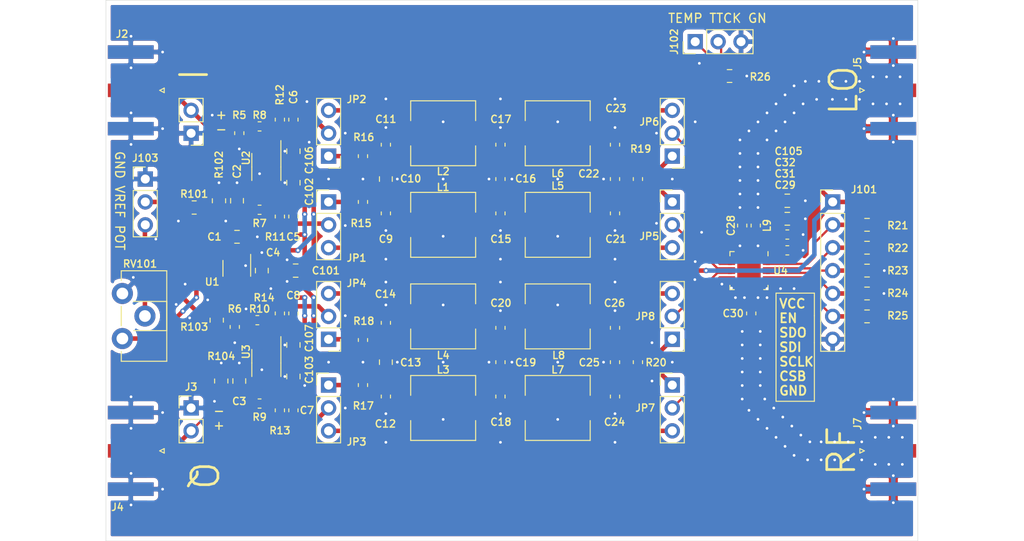
<source format=kicad_pcb>
(kicad_pcb (version 20171130) (host pcbnew "(5.1.8)-1")
  (title_block (title "LTC5599 Test PCB") (company "Robin Olejnik") (comment 2 "License: MIT") (comment 3 www.robinolejnik.de) (comment 4 https://github.com/robinolejnik/ltc5599-test-pcb))
  (layers (0 F.Cu signal) (31 B.Cu signal) (34 B.Paste user hide) (35 F.Paste user hide) (36 B.SilkS user hide) (37 F.SilkS user) (38 B.Mask user) (39 F.Mask user) (44 Edge.Cuts user))
  (net 0 "")
  (net 1 GND)
  (net 2 VCC)
  (net 3 "Net-(C2-Pad1)")
  (net 4 "Net-(C3-Pad1)")
  (net 5 +1.4V)
  (net 6 "Net-(C5-Pad2)")
  (net 7 "Net-(C5-Pad1)")
  (net 8 "Net-(C6-Pad2)")
  (net 9 "Net-(C6-Pad1)")
  (net 10 "Net-(C7-Pad2)")
  (net 11 "Net-(C7-Pad1)")
  (net 12 "Net-(C8-Pad2)")
  (net 13 "Net-(C8-Pad1)")
  (net 14 "Net-(C10-Pad1)")
  (net 15 "Net-(C10-Pad2)")
  (net 16 "Net-(C12-Pad1)")
  (net 17 "Net-(C13-Pad2)")
  (net 18 "Net-(C15-Pad2)")
  (net 19 "Net-(C16-Pad2)")
  (net 20 "Net-(C18-Pad2)")
  (net 21 "Net-(C19-Pad2)")
  (net 22 "Net-(C21-Pad2)")
  (net 23 "Net-(C22-Pad2)")
  (net 24 "Net-(C24-Pad2)")
  (net 25 "Net-(C25-Pad2)")
  (net 26 "Net-(C28-Pad2)")
  (net 27 "Net-(C28-Pad1)")
  (net 28 "Net-(C30-Pad2)")
  (net 29 "Net-(C30-Pad1)")
  (net 30 "Net-(JP1-Pad3)")
  (net 31 "Net-(JP1-Pad1)")
  (net 32 "Net-(JP2-Pad3)")
  (net 33 "Net-(JP2-Pad1)")
  (net 34 "Net-(JP3-Pad3)")
  (net 35 "Net-(JP3-Pad1)")
  (net 36 "Net-(JP4-Pad3)")
  (net 37 "Net-(JP4-Pad1)")
  (net 38 IM)
  (net 39 IP)
  (net 40 QM)
  (net 41 QP)
  (net 42 "Net-(L9-Pad1)")
  (net 43 VREF)
  (net 44 EN)
  (net 45 CSB)
  (net 46 SCLK)
  (net 47 SDO)
  (net 48 SDI)
  (net 49 TEMP)
  (net 50 "Net-(J1-Pad2)")
  (net 51 "Net-(J3-Pad2)")
  (net 52 TTCK)
  (net 53 "Net-(J103-Pad3)")
  (module Capacitor_SMD:C_0805_2012Metric (layer F.Cu) (at 114.125 96.44 90)
    (fp_text reference C4 (at 2 1.25 180) (layer F.SilkS) (effects (font (size 0.8 0.8))))
    (fp_text value 1u hide)
    (pad 2 smd roundrect (at 0.9375 0 90) (size 0.975 1.4) (layers F.Cu F.Paste F.Mask) (net 1 GND))
    (pad 1 smd roundrect (at -0.9375 0 90) (size 0.975 1.4) (layers F.Cu F.Paste F.Mask) (net 5 +1.4V))
  )
  (module Package_TO_SOT_SMD:TSOT-23-5 (layer F.Cu) (at 111.375 96.19 270)
    (fp_text reference U1 (at 1.5 2.75 180) (layer F.SilkS) (effects (font (size 0.8 0.8))))
    (fp_text value TCR2EF14 hide)
    (pad 1 smd rect (at -1.31 -0.95 270) (size 1.22 0.65) (layers F.Cu F.Paste F.Mask) (net 1 GND))
    (pad 2 smd rect (at -1.31 0 270) (size 1.22 0.65) (layers F.Cu F.Paste F.Mask) (net 2 VCC))
    (pad 3 smd rect (at -1.31 0.95 270) (size 1.22 0.65) (layers F.Cu F.Paste F.Mask) (net 2 VCC))
    (pad 4 smd rect (at 1.31 0.95 270) (size 1.22 0.65) (layers F.Cu F.Paste F.Mask))
    (pad 5 smd rect (at 1.31 -0.95 270) (size 1.22 0.65) (layers F.Cu F.Paste F.Mask) (net 5 +1.4V))
  )
  (module Potentiometer_THT:Potentiometer_ACP_CA9-H2,5_Horizontal (layer F.Cu) (at 98.665 98.98)
    (fp_text reference RV101 (at 1.96 -3.29) (layer F.SilkS) (effects (font (size 0.8 0.8))))
    (fp_text value R_POT hide)
    (pad 1 thru_hole circle (at 0 0) (size 2.34 2.34) (drill 1.3) (layers *.Cu *.Mask) (net 1 GND))
    (pad 2 thru_hole circle (at 2.5 2.5) (size 2.34 2.34) (drill 1.3) (layers *.Cu *.Mask) (net 53 "Net-(J103-Pad3)"))
    (pad 3 thru_hole circle (at 0 5) (size 2.34 2.34) (drill 1.3) (layers *.Cu *.Mask) (net 2 VCC))
  )
  (module Connector_PinHeader_2.54mm:PinHeader_1x03_P2.54mm_Vertical (layer F.Cu) (at 101.205 86.28)
    (fp_text reference J103 (at 0 -2.33) (layer F.SilkS) (effects (font (size 0.8 0.8))))
    (fp_text value VREF hide)
    (pad 3 thru_hole oval (at 0 5.08) (size 1.7 1.7) (drill 1) (layers *.Cu *.Mask) (net 53 "Net-(J103-Pad3)"))
    (pad 2 thru_hole oval (at 0 2.54) (size 1.7 1.7) (drill 1) (layers *.Cu *.Mask) (net 43 VREF))
    (pad 1 thru_hole rect (at 0 0) (size 1.7 1.7) (drill 1) (layers *.Cu *.Mask) (net 1 GND))
  )
  (module Resistor_SMD:R_0805_2012Metric (layer F.Cu) (at 106.625 89.44)
    (fp_text reference R101 (at 0 -1.5) (layer F.SilkS) (effects (font (size 0.8 0.8))))
    (fp_text value 10k hide)
    (pad 1 smd roundrect (at -0.9125 0) (size 1.025 1.4) (layers F.Cu F.Paste F.Mask) (roundrect_rratio 0.2439014634146341) (net 43 VREF))
    (pad 2 smd roundrect (at 0.9125 0) (size 1.025 1.4) (layers F.Cu F.Paste F.Mask) (roundrect_rratio 0.2439014634146341) (net 3 "Net-(C2-Pad1)"))
  )
  (module Capacitor_SMD:C_0805_2012Metric (layer F.Cu) (at 111.375 92.69)
    (fp_text reference C1 (at -2.5 0) (layer F.SilkS) (effects (font (size 0.8 0.8))))
    (fp_text value 100n hide)
    (pad 1 smd roundrect (at -0.9375 0) (size 0.975 1.4) (layers F.Cu F.Paste F.Mask) (net 2 VCC))
    (pad 2 smd roundrect (at 0.9375 0) (size 0.975 1.4) (layers F.Cu F.Paste F.Mask) (net 1 GND))
  )
  (module Connector_PinHeader_2.54mm:PinHeader_1x02_P2.54mm_Vertical (layer F.Cu) (at 106.285 81.2 180)
    (fp_text reference J1 hide)
    (fp_text value I hide)
    (pad 1 thru_hole rect (at 0 0 180) (size 1.7 1.7) (drill 1) (layers *.Cu *.Mask) (net 1 GND))
    (pad 2 thru_hole oval (at 0 2.54 180) (size 1.7 1.7) (drill 1) (layers *.Cu *.Mask) (net 50 "Net-(J1-Pad2)"))
  )
  (module Resistor_SMD:R_0603_1608Metric (layer F.Cu) (at 111.125 102.69 90)
    (fp_text reference R6 (at 2 0 180) (layer F.SilkS) (effects (font (size 0.8 0.8))))
    (fp_text value 1.87K hide)
    (pad 1 smd roundrect (at -0.7875 0 90) (size 0.875 0.95) (layers F.Cu F.Paste F.Mask) (net 1 GND))
    (pad 2 smd roundrect (at 0.7875 0 90) (size 0.875 0.95) (layers F.Cu F.Paste F.Mask) (net 51 "Net-(J3-Pad2)"))
  )
  (module Capacitor_SMD:C_0805_2012Metric (layer F.Cu) (at 117.625 104.69 90)
    (fp_text reference C107 (at 0.75 1.75 270) (layer F.SilkS) (effects (font (size 0.8 0.8))))
    (fp_text value 100n hide)
    (pad 2 smd roundrect (at 0.95 0 90) (size 1 1.45) (layers F.Cu F.Paste F.Mask) (net 1 GND))
    (pad 1 smd roundrect (at -0.95 0 90) (size 1 1.45) (layers F.Cu F.Paste F.Mask) (net 5 +1.4V))
  )
  (module Capacitor_SMD:C_0805_2012Metric (layer F.Cu) (at 117.625 83.19 90)
    (fp_text reference C106 (at -1 1.75 90) (layer F.SilkS) (effects (font (size 0.8 0.8))))
    (fp_text value 100n hide)
    (pad 2 smd roundrect (at 0.95 0 90) (size 1 1.45) (layers F.Cu F.Paste F.Mask) (net 1 GND))
    (pad 1 smd roundrect (at -0.95 0 90) (size 1 1.45) (layers F.Cu F.Paste F.Mask) (net 5 +1.4V))
  )
  (module Resistor_SMD:R_0805_2012Metric (layer F.Cu) (at 109.625 108.69 90)
    (fp_text reference R104 (at 2.75 0 180) (layer F.SilkS) (effects (font (size 0.8 0.8))))
    (fp_text value 10k hide)
    (pad 2 smd roundrect (at 0.9125 0 90) (size 1.025 1.4) (layers F.Cu F.Paste F.Mask) (roundrect_rratio 0.2439014634146341) (net 1 GND))
    (pad 1 smd roundrect (at -0.9125 0 90) (size 1.025 1.4) (layers F.Cu F.Paste F.Mask) (roundrect_rratio 0.2439014634146341) (net 4 "Net-(C3-Pad1)"))
  )
  (module Resistor_SMD:R_0805_2012Metric (layer F.Cu) (at 109.125 101.94 270)
    (fp_text reference R103 (at 0.75 2.5 180) (layer F.SilkS) (effects (font (size 0.8 0.8))))
    (fp_text value 10k hide)
    (pad 1 smd roundrect (at -0.9125 0 270) (size 1.025 1.4) (layers F.Cu F.Paste F.Mask) (roundrect_rratio 0.2439014634146341) (net 43 VREF))
    (pad 2 smd roundrect (at 0.9125 0 270) (size 1.025 1.4) (layers F.Cu F.Paste F.Mask) (roundrect_rratio 0.2439014634146341) (net 4 "Net-(C3-Pad1)"))
  )
  (module Resistor_SMD:R_0805_2012Metric (layer F.Cu) (at 109.375 88.69 90)
    (fp_text reference R102 (at 4 0 90) (layer F.SilkS) (effects (font (size 0.8 0.8))))
    (fp_text value 10k hide)
    (pad 2 smd roundrect (at 0.9125 0 90) (size 1.025 1.4) (layers F.Cu F.Paste F.Mask) (roundrect_rratio 0.2439014634146341) (net 1 GND))
    (pad 1 smd roundrect (at -0.9125 0 90) (size 1.025 1.4) (layers F.Cu F.Paste F.Mask) (roundrect_rratio 0.2439014634146341) (net 3 "Net-(C2-Pad1)"))
  )
  (module Capacitor_SMD:C_0805_2012Metric (layer F.Cu) (at 117.625 108.19 270)
    (fp_text reference C103 (at -0.75 -1.75 90) (layer F.SilkS) (effects (font (size 0.8 0.8))))
    (fp_text value 100n hide)
    (pad 2 smd roundrect (at 0.95 0 270) (size 1 1.45) (layers F.Cu F.Paste F.Mask) (net 1 GND))
    (pad 1 smd roundrect (at -0.95 0 270) (size 1 1.45) (layers F.Cu F.Paste F.Mask) (net 2 VCC))
  )
  (module Capacitor_SMD:C_0805_2012Metric (layer F.Cu) (at 172.375 88.69)
    (fp_text reference C105 (at -1.5 -5.5) (layer F.SilkS) (effects (font (size 0.8 0.8)) (justify left)))
    (fp_text value 1u hide)
    (pad 2 smd roundrect (at 0.95 0) (size 1 1.45) (layers F.Cu F.Paste F.Mask) (net 1 GND))
    (pad 1 smd roundrect (at -0.95 0) (size 1 1.45) (layers F.Cu F.Paste F.Mask) (net 2 VCC))
  )
  (module Capacitor_SMD:C_0805_2012Metric (layer F.Cu) (at 117.625 86.69 270)
    (fp_text reference C102 (at 1 -1.75 90) (layer F.SilkS) (effects (font (size 0.8 0.8))))
    (fp_text value 100n hide)
    (pad 2 smd roundrect (at 0.95 0 270) (size 1 1.45) (layers F.Cu F.Paste F.Mask) (net 1 GND))
    (pad 1 smd roundrect (at -0.95 0 270) (size 1 1.45) (layers F.Cu F.Paste F.Mask) (net 2 VCC))
  )
  (module Capacitor_SMD:C_0805_2012Metric (layer F.Cu) (at 117.875 96.44 180)
    (fp_text reference C101 (at -3.35 0) (layer F.SilkS) (effects (font (size 0.8 0.8))))
    (fp_text value 1u hide)
    (pad 2 smd roundrect (at 0.95 0 180) (size 1 1.45) (layers F.Cu F.Paste F.Mask) (net 1 GND))
    (pad 1 smd roundrect (at -0.95 0 180) (size 1 1.45) (layers F.Cu F.Paste F.Mask) (net 2 VCC))
  )
  (module Connector_PinHeader_2.54mm:PinHeader_1x03_P2.54mm_Vertical (layer F.Cu) (at 162.165 71.04 90)
    (fp_text reference J102 (at 0 -2.33 90) (layer F.SilkS) (effects (font (size 0.8 0.8))))
    (fp_text value Conn_01x03_Female hide)
    (pad 3 thru_hole oval (at 0 5.08 90) (size 1.7 1.7) (drill 1) (layers *.Cu *.Mask) (net 1 GND))
    (pad 2 thru_hole oval (at 0 2.54 90) (size 1.7 1.7) (drill 1) (layers *.Cu *.Mask) (net 52 TTCK))
    (pad 1 thru_hole rect (at 0 0 90) (size 1.7 1.7) (drill 1) (layers *.Cu *.Mask) (net 49 TEMP))
  )
  (module Connector_PinHeader_2.54mm:PinHeader_1x07_P2.54mm_Vertical (layer F.Cu) (at 177.405 88.82)
    (fp_text reference J101 (at 3.47 -1.38) (layer F.SilkS) (effects (font (size 0.8 0.8))))
    (fp_text value Conn_01x07_Female hide)
    (pad 7 thru_hole oval (at 0 15.24) (size 1.7 1.7) (drill 1) (layers *.Cu *.Mask) (net 1 GND))
    (pad 6 thru_hole oval (at 0 12.7) (size 1.7 1.7) (drill 1) (layers *.Cu *.Mask) (net 45 CSB))
    (pad 5 thru_hole oval (at 0 10.16) (size 1.7 1.7) (drill 1) (layers *.Cu *.Mask) (net 46 SCLK))
    (pad 4 thru_hole oval (at 0 7.62) (size 1.7 1.7) (drill 1) (layers *.Cu *.Mask) (net 48 SDI))
    (pad 3 thru_hole oval (at 0 5.08) (size 1.7 1.7) (drill 1) (layers *.Cu *.Mask) (net 47 SDO))
    (pad 2 thru_hole oval (at 0 2.54) (size 1.7 1.7) (drill 1) (layers *.Cu *.Mask) (net 44 EN))
    (pad 1 thru_hole rect (at 0 0) (size 1.7 1.7) (drill 1) (layers *.Cu *.Mask) (net 2 VCC))
  )
  (module Connector_PinHeader_2.54mm:PinHeader_1x02_P2.54mm_Vertical (layer F.Cu) (at 106.285 111.68)
    (fp_text reference J3 (at 0 -2.33) (layer F.SilkS) (effects (font (size 0.8 0.8))))
    (fp_text value Q (at 1.34 7.51 270 unlocked) (layer F.SilkS) (effects (font (size 3 3) (thickness 0.3))))
    (pad 1 thru_hole rect (at 0 0) (size 1.7 1.7) (drill 1) (layers *.Cu *.Mask) (net 1 GND))
    (pad 2 thru_hole oval (at 0 2.54) (size 1.7 1.7) (drill 1) (layers *.Cu *.Mask) (net 51 "Net-(J3-Pad2)"))
  )
  (module inductor:L_Bourns-SRR7045 (layer F.Cu) (at 134.225 111.68 90)
    (fp_text reference L3 (at 4.24 0 180) (layer F.SilkS) (effects (font (size 0.8 0.8))))
    (fp_text value 470u hide)
    (pad 1 smd rect (at 0 -3 90) (size 2.4 1.8) (layers F.Cu F.Paste F.Mask) (net 16 "Net-(C12-Pad1)"))
    (pad 2 smd rect (at 0 3 90) (size 2.4 1.8) (layers F.Cu F.Paste F.Mask) (net 20 "Net-(C18-Pad2)"))
  )
  (module inductor:L_Bourns-SRR7045 (layer F.Cu) (at 134.225 101.52 90)
    (fp_text reference L4 (at -4.32 0 180) (layer F.SilkS) (effects (font (size 0.8 0.8))))
    (fp_text value 470u hide)
    (pad 1 smd rect (at 0 -3 90) (size 2.4 1.8) (layers F.Cu F.Paste F.Mask) (net 17 "Net-(C13-Pad2)"))
    (pad 2 smd rect (at 0 3 90) (size 2.4 1.8) (layers F.Cu F.Paste F.Mask) (net 21 "Net-(C19-Pad2)"))
  )
  (module inductor:L_Bourns-SRR7045 (layer F.Cu) (at 134.225 91.36 90)
    (fp_text reference L1 (at 4.17 0 180) (layer F.SilkS) (effects (font (size 0.8 0.8))))
    (fp_text value 470u hide)
    (pad 1 smd rect (at 0 -3 90) (size 2.4 1.8) (layers F.Cu F.Paste F.Mask) (net 14 "Net-(C10-Pad1)"))
    (pad 2 smd rect (at 0 3 90) (size 2.4 1.8) (layers F.Cu F.Paste F.Mask) (net 18 "Net-(C15-Pad2)"))
  )
  (module inductor:L_Bourns-SRR7045 (layer F.Cu) (at 134.225 81.2 90)
    (fp_text reference L2 (at -4.24 0 180) (layer F.SilkS) (effects (font (size 0.8 0.8))))
    (fp_text value 470u hide)
    (pad 1 smd rect (at 0 -3 90) (size 2.4 1.8) (layers F.Cu F.Paste F.Mask) (net 15 "Net-(C10-Pad2)"))
    (pad 2 smd rect (at 0 3 90) (size 2.4 1.8) (layers F.Cu F.Paste F.Mask) (net 19 "Net-(C16-Pad2)"))
  )
  (module inductor:L_Bourns-SRR7045 (layer F.Cu) (at 146.925 101.52 90)
    (fp_text reference L8 (at -4.32 0.1 180) (layer F.SilkS) (effects (font (size 0.8 0.8))))
    (fp_text value 220u hide)
    (pad 1 smd rect (at 0 -3 90) (size 2.4 1.8) (layers F.Cu F.Paste F.Mask) (net 21 "Net-(C19-Pad2)"))
    (pad 2 smd rect (at 0 3 90) (size 2.4 1.8) (layers F.Cu F.Paste F.Mask) (net 25 "Net-(C25-Pad2)"))
  )
  (module inductor:L_Bourns-SRR7045 (layer F.Cu) (at 146.925 81.2 90)
    (fp_text reference L6 (at -4.44 0 180) (layer F.SilkS) (effects (font (size 0.8 0.8))))
    (fp_text value 220u hide)
    (pad 1 smd rect (at 0 -3 90) (size 2.4 1.8) (layers F.Cu F.Paste F.Mask) (net 19 "Net-(C16-Pad2)"))
    (pad 2 smd rect (at 0 3 90) (size 2.4 1.8) (layers F.Cu F.Paste F.Mask) (net 23 "Net-(C22-Pad2)"))
  )
  (module inductor:L_Bourns-SRR7045 (layer F.Cu) (at 146.925 111.68 90)
    (fp_text reference L7 (at 4.24 0 180) (layer F.SilkS) (effects (font (size 0.8 0.8))))
    (fp_text value 220u hide)
    (pad 1 smd rect (at 0 -3 90) (size 2.4 1.8) (layers F.Cu F.Paste F.Mask) (net 20 "Net-(C18-Pad2)"))
    (pad 2 smd rect (at 0 3 90) (size 2.4 1.8) (layers F.Cu F.Paste F.Mask) (net 24 "Net-(C24-Pad2)"))
  )
  (module inductor:L_Bourns-SRR7045 (layer F.Cu) (at 146.925 91.36 90)
    (fp_text reference L5 (at 4.32 0 180) (layer F.SilkS) (effects (font (size 0.8 0.8))))
    (fp_text value 220u hide)
    (pad 1 smd rect (at 0 -3 90) (size 2.4 1.8) (layers F.Cu F.Paste F.Mask) (net 18 "Net-(C15-Pad2)"))
    (pad 2 smd rect (at 0 3 90) (size 2.4 1.8) (layers F.Cu F.Paste F.Mask) (net 22 "Net-(C21-Pad2)"))
  )
  (module Resistor_SMD:R_0603_1608Metric (layer F.Cu) (at 113.625 101.94 180)
    (fp_text reference R10 (at -0.25 1.25) (layer F.SilkS) (effects (font (size 0.8 0.8))))
    (fp_text value 732 hide)
    (pad 1 smd roundrect (at -0.7875 0 180) (size 0.875 0.95) (layers F.Cu F.Paste F.Mask) (net 12 "Net-(C8-Pad2)"))
    (pad 2 smd roundrect (at 0.7875 0 180) (size 0.875 0.95) (layers F.Cu F.Paste F.Mask) (net 51 "Net-(J3-Pad2)"))
  )
  (module Resistor_SMD:R_0603_1608Metric (layer F.Cu) (at 125.335 104.14 90)
    (fp_text reference R18 (at 2.1 0.09 180) (layer F.SilkS) (effects (font (size 0.8 0.8))))
    (fp_text value 133 hide)
    (pad 2 smd roundrect (at 0.7875 0 90) (size 0.875 0.95) (layers F.Cu F.Paste F.Mask) (net 37 "Net-(JP4-Pad1)"))
    (pad 1 smd roundrect (at -0.7875 0 90) (size 0.875 0.95) (layers F.Cu F.Paste F.Mask) (net 17 "Net-(C13-Pad2)"))
  )
  (module Capacitor_SMD:C_0805_2012Metric (layer F.Cu) (at 127.875 86.28 90)
    (fp_text reference C10 (at 0.04 2.75 180) (layer F.SilkS) (effects (font (size 0.8 0.8))))
    (fp_text value 13n hide)
    (pad 2 smd roundrect (at 0.9375 0 90) (size 0.975 1.4) (layers F.Cu F.Paste F.Mask) (net 15 "Net-(C10-Pad2)"))
    (pad 1 smd roundrect (at -0.9375 0 90) (size 0.975 1.4) (layers F.Cu F.Paste F.Mask) (net 14 "Net-(C10-Pad1)"))
  )
  (module Package_DFN_QFN:QFN-24-1EP_4x4mm_P0.5mm_EP2.6x2.6mm (layer F.Cu) (at 168.125 96.44 270)
    (fp_text reference U4 (at 0 -3.5 180) (layer F.SilkS) (effects (font (size 0.8 0.8))))
    (fp_text value LTC5599 hide)
    (pad 1 smd roundrect (at -1.9375 -1.25 270) (size 0.825 0.25) (layers F.Cu F.Paste F.Mask) (net 2 VCC))
    (pad 2 smd roundrect (at -1.9375 -0.75 270) (size 0.825 0.25) (layers F.Cu F.Paste F.Mask) (net 1 GND))
    (pad 3 smd roundrect (at -1.9375 -0.25 270) (size 0.825 0.25) (layers F.Cu F.Paste F.Mask) (net 42 "Net-(L9-Pad1)"))
    (pad 4 smd roundrect (at -1.9375 0.25 270) (size 0.825 0.25) (layers F.Cu F.Paste F.Mask) (net 27 "Net-(C28-Pad1)"))
    (pad 5 smd roundrect (at -1.9375 0.75 270) (size 0.825 0.25) (layers F.Cu F.Paste F.Mask) (net 1 GND))
    (pad 6 smd roundrect (at -1.9375 1.25 270) (size 0.825 0.25) (layers F.Cu F.Paste F.Mask) (net 52 TTCK))
    (pad 7 smd roundrect (at -1.25 1.9375 270) (size 0.25 0.825) (layers F.Cu F.Paste F.Mask) (net 49 TEMP))
    (pad 8 smd roundrect (at -0.75 1.9375 270) (size 0.25 0.825) (layers F.Cu F.Paste F.Mask) (net 39 IP))
    (pad 9 smd roundrect (at -0.25 1.9375 270) (size 0.25 0.825) (layers F.Cu F.Paste F.Mask) (net 38 IM))
    (pad 10 smd roundrect (at 0.25 1.9375 270) (size 0.25 0.825) (layers F.Cu F.Paste F.Mask) (net 41 QP))
    (pad 11 smd roundrect (at 0.75 1.9375 270) (size 0.25 0.825) (layers F.Cu F.Paste F.Mask) (net 40 QM))
    (pad 12 smd roundrect (at 1.25 1.9375 270) (size 0.25 0.825) (layers F.Cu F.Paste F.Mask) (net 1 GND))
    (pad 13 smd roundrect (at 1.9375 1.25 270) (size 0.825 0.25) (layers F.Cu F.Paste F.Mask) (net 1 GND))
    (pad 14 smd roundrect (at 1.9375 0.75 270) (size 0.825 0.25) (layers F.Cu F.Paste F.Mask) (net 1 GND))
    (pad 15 smd roundrect (at 1.9375 0.25 270) (size 0.825 0.25) (layers F.Cu F.Paste F.Mask) (net 1 GND))
    (pad 16 smd roundrect (at 1.9375 -0.25 270) (size 0.825 0.25) (layers F.Cu F.Paste F.Mask) (net 28 "Net-(C30-Pad2)"))
    (pad 17 smd roundrect (at 1.9375 -0.75 270) (size 0.825 0.25) (layers F.Cu F.Paste F.Mask) (net 1 GND))
    (pad 18 smd roundrect (at 1.9375 -1.25 270) (size 0.825 0.25) (layers F.Cu F.Paste F.Mask) (net 1 GND))
    (pad 19 smd roundrect (at 1.25 -1.9375 270) (size 0.25 0.825) (layers F.Cu F.Paste F.Mask) (net 45 CSB))
    (pad 20 smd roundrect (at 0.75 -1.9375 270) (size 0.25 0.825) (layers F.Cu F.Paste F.Mask) (net 46 SCLK))
    (pad 21 smd roundrect (at 0.25 -1.9375 270) (size 0.25 0.825) (layers F.Cu F.Paste F.Mask) (net 48 SDI))
    (pad 22 smd roundrect (at -0.25 -1.9375 270) (size 0.25 0.825) (layers F.Cu F.Paste F.Mask) (net 47 SDO))
    (pad 23 smd roundrect (at -0.75 -1.9375 270) (size 0.25 0.825) (layers F.Cu F.Paste F.Mask) (net 44 EN))
    (pad 24 smd roundrect (at -1.25 -1.9375 270) (size 0.25 0.825) (layers F.Cu F.Paste F.Mask) (net 2 VCC))
    (pad 25 smd rect (at 0 0 270) (size 2.6 2.6) (layers F.Cu F.Mask) (net 1 GND))
  )
  (module Package_SO:MSOP-8_3x3mm_P0.65mm (layer F.Cu) (at 114.625 106.69 270)
    (fp_text reference U3 (at -1.25 2.25 90) (layer F.SilkS) (effects (font (size 0.8 0.8))))
    (fp_text value MCP6D11 hide)
    (pad 8 smd roundrect (at 2.1125 -0.975 270) (size 1.625 0.4) (layers F.Cu F.Paste F.Mask) (net 10 "Net-(C7-Pad2)"))
    (pad 7 smd roundrect (at 2.1125 -0.325 270) (size 1.625 0.4) (layers F.Cu F.Paste F.Mask) (net 2 VCC))
    (pad 6 smd roundrect (at 2.1125 0.325 270) (size 1.625 0.4) (layers F.Cu F.Paste F.Mask) (net 1 GND))
    (pad 5 smd roundrect (at 2.1125 0.975 270) (size 1.625 0.4) (layers F.Cu F.Paste F.Mask) (net 11 "Net-(C7-Pad1)"))
    (pad 4 smd roundrect (at -2.1125 0.975 270) (size 1.625 0.4) (layers F.Cu F.Paste F.Mask) (net 13 "Net-(C8-Pad1)"))
    (pad 3 smd roundrect (at -2.1125 0.325 270) (size 1.625 0.4) (layers F.Cu F.Paste F.Mask) (net 2 VCC))
    (pad 2 smd roundrect (at -2.1125 -0.325 270) (size 1.625 0.4) (layers F.Cu F.Paste F.Mask) (net 5 +1.4V))
    (pad 1 smd roundrect (at -2.1125 -0.975 270) (size 1.625 0.4) (layers F.Cu F.Paste F.Mask) (net 12 "Net-(C8-Pad2)"))
  )
  (module Package_SO:MSOP-8_3x3mm_P0.65mm (layer F.Cu) (at 114.625 84.94 270)
    (fp_text reference U2 (at -1 2.25 90) (layer F.SilkS) (effects (font (size 0.8 0.8))))
    (fp_text value MCP6D11 hide)
    (pad 8 smd roundrect (at 2.1125 -0.975 270) (size 1.625 0.4) (layers F.Cu F.Paste F.Mask) (net 6 "Net-(C5-Pad2)"))
    (pad 7 smd roundrect (at 2.1125 -0.325 270) (size 1.625 0.4) (layers F.Cu F.Paste F.Mask) (net 2 VCC))
    (pad 6 smd roundrect (at 2.1125 0.325 270) (size 1.625 0.4) (layers F.Cu F.Paste F.Mask) (net 1 GND))
    (pad 5 smd roundrect (at 2.1125 0.975 270) (size 1.625 0.4) (layers F.Cu F.Paste F.Mask) (net 7 "Net-(C5-Pad1)"))
    (pad 4 smd roundrect (at -2.1125 0.975 270) (size 1.625 0.4) (layers F.Cu F.Paste F.Mask) (net 9 "Net-(C6-Pad1)"))
    (pad 3 smd roundrect (at -2.1125 0.325 270) (size 1.625 0.4) (layers F.Cu F.Paste F.Mask) (net 2 VCC))
    (pad 2 smd roundrect (at -2.1125 -0.325 270) (size 1.625 0.4) (layers F.Cu F.Paste F.Mask) (net 5 +1.4V))
    (pad 1 smd roundrect (at -2.1125 -0.975 270) (size 1.625 0.4) (layers F.Cu F.Paste F.Mask) (net 8 "Net-(C6-Pad2)"))
  )
  (module Resistor_SMD:R_0805_2012Metric (layer F.Cu) (at 165.975 74.85)
    (fp_text reference R26 (at 3.4 0.09) (layer F.SilkS) (effects (font (size 0.8 0.8))))
    (fp_text value 10k hide)
    (pad 1 smd roundrect (at -0.9375 0) (size 0.975 1.4) (layers F.Cu F.Paste F.Mask) (net 52 TTCK))
    (pad 2 smd roundrect (at 0.9375 0) (size 0.975 1.4) (layers F.Cu F.Paste F.Mask) (net 1 GND))
  )
  (module Resistor_SMD:R_0805_2012Metric (layer F.Cu) (at 181.215 101.52 180)
    (fp_text reference R25 (at -3.41 0.08) (layer F.SilkS) (effects (font (size 0.8 0.8))))
    (fp_text value 10k hide)
    (pad 2 smd roundrect (at 0.9375 0 180) (size 0.975 1.4) (layers F.Cu F.Paste F.Mask) (net 45 CSB))
    (pad 1 smd roundrect (at -0.9375 0 180) (size 0.975 1.4) (layers F.Cu F.Paste F.Mask) (net 2 VCC))
  )
  (module Resistor_SMD:R_0805_2012Metric (layer F.Cu) (at 181.215 98.98)
    (fp_text reference R24 (at 3.41 -0.04) (layer F.SilkS) (effects (font (size 0.8 0.8))))
    (fp_text value 10k hide)
    (pad 2 smd roundrect (at 0.9375 0) (size 0.975 1.4) (layers F.Cu F.Paste F.Mask) (net 1 GND))
    (pad 1 smd roundrect (at -0.9375 0) (size 0.975 1.4) (layers F.Cu F.Paste F.Mask) (net 46 SCLK))
  )
  (module Resistor_SMD:R_0805_2012Metric (layer F.Cu) (at 181.215 93.9 180)
    (fp_text reference R23 (at -3.41 -2.54) (layer F.SilkS) (effects (font (size 0.8 0.8))))
    (fp_text value 10k hide)
    (pad 2 smd roundrect (at 0.9375 0 180) (size 0.975 1.4) (layers F.Cu F.Paste F.Mask) (net 47 SDO))
    (pad 1 smd roundrect (at -0.9375 0 180) (size 0.975 1.4) (layers F.Cu F.Paste F.Mask) (net 2 VCC))
  )
  (module Resistor_SMD:R_0805_2012Metric (layer F.Cu) (at 181.215 96.44)
    (fp_text reference R22 (at 3.41 -2.5) (layer F.SilkS) (effects (font (size 0.8 0.8))))
    (fp_text value 10k hide)
    (pad 2 smd roundrect (at 0.9375 0) (size 0.975 1.4) (layers F.Cu F.Paste F.Mask) (net 1 GND))
    (pad 1 smd roundrect (at -0.9375 0) (size 0.975 1.4) (layers F.Cu F.Paste F.Mask) (net 48 SDI))
  )
  (module Resistor_SMD:R_0805_2012Metric (layer F.Cu) (at 181.215 91.36 180)
    (fp_text reference R21 (at -3.41 -0.08) (layer F.SilkS) (effects (font (size 0.8 0.8))))
    (fp_text value 10k hide)
    (pad 2 smd roundrect (at 0.9375 0 180) (size 0.975 1.4) (layers F.Cu F.Paste F.Mask) (net 44 EN))
    (pad 1 smd roundrect (at -0.9375 0 180) (size 0.975 1.4) (layers F.Cu F.Paste F.Mask) (net 2 VCC))
  )
  (module Resistor_SMD:R_0603_1608Metric (layer F.Cu) (at 155.815 106.6 90)
    (fp_text reference R20 (at -0.04 2.01 180) (layer F.SilkS) (effects (font (size 0.8 0.8))))
    (fp_text value 267 hide)
    (pad 2 smd roundrect (at 0.7875 0 90) (size 0.875 0.95) (layers F.Cu F.Paste F.Mask) (net 25 "Net-(C25-Pad2)"))
    (pad 1 smd roundrect (at -0.7875 0 90) (size 0.875 0.95) (layers F.Cu F.Paste F.Mask) (net 24 "Net-(C24-Pad2)"))
  )
  (module Resistor_SMD:R_0603_1608Metric (layer F.Cu) (at 155.815 86.28 90)
    (fp_text reference R19 (at 3.34 0.31 180) (layer F.SilkS) (effects (font (size 0.8 0.8))))
    (fp_text value 267 hide)
    (pad 2 smd roundrect (at 0.7875 0 90) (size 0.875 0.95) (layers F.Cu F.Paste F.Mask) (net 23 "Net-(C22-Pad2)"))
    (pad 1 smd roundrect (at -0.7875 0 90) (size 0.875 0.95) (layers F.Cu F.Paste F.Mask) (net 22 "Net-(C21-Pad2)"))
  )
  (module Resistor_SMD:R_0603_1608Metric (layer F.Cu) (at 125.335 109.14 270)
    (fp_text reference R17 (at 2.3 -0.04 180) (layer F.SilkS) (effects (font (size 0.8 0.8))))
    (fp_text value 133 hide)
    (pad 2 smd roundrect (at 0.7875 0 270) (size 0.875 0.95) (layers F.Cu F.Paste F.Mask) (net 35 "Net-(JP3-Pad1)"))
    (pad 1 smd roundrect (at -0.7875 0 270) (size 0.875 0.95) (layers F.Cu F.Paste F.Mask) (net 16 "Net-(C12-Pad1)"))
  )
  (module Resistor_SMD:R_0603_1608Metric (layer F.Cu) (at 125.335 83.74 90)
    (fp_text reference R16 (at 2.1 0.09 180) (layer F.SilkS) (effects (font (size 0.8 0.8))))
    (fp_text value 133 hide)
    (pad 2 smd roundrect (at 0.7875 0 90) (size 0.875 0.95) (layers F.Cu F.Paste F.Mask) (net 33 "Net-(JP2-Pad1)"))
    (pad 1 smd roundrect (at -0.7875 0 90) (size 0.875 0.95) (layers F.Cu F.Paste F.Mask) (net 15 "Net-(C10-Pad2)"))
  )
  (module Resistor_SMD:R_0603_1608Metric (layer F.Cu) (at 125.335 88.82 270)
    (fp_text reference R15 (at 2.37 0.21 180) (layer F.SilkS) (effects (font (size 0.8 0.8))))
    (fp_text value 133 hide)
    (pad 2 smd roundrect (at 0.7875 0 270) (size 0.875 0.95) (layers F.Cu F.Paste F.Mask) (net 31 "Net-(JP1-Pad1)"))
    (pad 1 smd roundrect (at -0.7875 0 270) (size 0.875 0.95) (layers F.Cu F.Paste F.Mask) (net 14 "Net-(C10-Pad1)"))
  )
  (module Resistor_SMD:R_0603_1608Metric (layer F.Cu) (at 116.125 101.19 270)
    (fp_text reference R14 (at -1.75 1.75 180) (layer F.SilkS) (effects (font (size 0.8 0.8))))
    (fp_text value 2.49k hide)
    (pad 2 smd roundrect (at 0.7875 0 270) (size 0.875 0.95) (layers F.Cu F.Paste F.Mask) (net 12 "Net-(C8-Pad2)"))
    (pad 1 smd roundrect (at -0.7875 0 270) (size 0.875 0.95) (layers F.Cu F.Paste F.Mask) (net 13 "Net-(C8-Pad1)"))
  )
  (module Resistor_SMD:R_0603_1608Metric (layer F.Cu) (at 116.125 111.94 90)
    (fp_text reference R13 (at -2.25 0 180) (layer F.SilkS) (effects (font (size 0.8 0.8))))
    (fp_text value 2.49k hide)
    (pad 2 smd roundrect (at 0.7875 0 90) (size 0.875 0.95) (layers F.Cu F.Paste F.Mask) (net 10 "Net-(C7-Pad2)"))
    (pad 1 smd roundrect (at -0.7875 0 90) (size 0.875 0.95) (layers F.Cu F.Paste F.Mask) (net 11 "Net-(C7-Pad1)"))
  )
  (module Resistor_SMD:R_0603_1608Metric (layer F.Cu) (at 116.125 79.69 270)
    (fp_text reference R12 (at -2.75 0 90) (layer F.SilkS) (effects (font (size 0.8 0.8))))
    (fp_text value 2.49k hide)
    (pad 2 smd roundrect (at 0.7875 0 270) (size 0.875 0.95) (layers F.Cu F.Paste F.Mask) (net 8 "Net-(C6-Pad2)"))
    (pad 1 smd roundrect (at -0.7875 0 270) (size 0.875 0.95) (layers F.Cu F.Paste F.Mask) (net 9 "Net-(C6-Pad1)"))
  )
  (module Resistor_SMD:R_0603_1608Metric (layer F.Cu) (at 116.125 90.44 90)
    (fp_text reference R11 (at -2.25 -0.5 180) (layer F.SilkS) (effects (font (size 0.8 0.8))))
    (fp_text value 2.49k hide)
    (pad 2 smd roundrect (at 0.7875 0 90) (size 0.875 0.95) (layers F.Cu F.Paste F.Mask) (net 6 "Net-(C5-Pad2)"))
    (pad 1 smd roundrect (at -0.7875 0 90) (size 0.875 0.95) (layers F.Cu F.Paste F.Mask) (net 7 "Net-(C5-Pad1)"))
  )
  (module Resistor_SMD:R_0603_1608Metric (layer F.Cu) (at 113.875 111.19 180)
    (fp_text reference R9 (at 0 -1.5) (layer F.SilkS) (effects (font (size 0.8 0.8))))
    (fp_text value 732 hide)
    (pad 2 smd roundrect (at 0.7875 0 180) (size 0.875 0.95) (layers F.Cu F.Paste F.Mask) (net 4 "Net-(C3-Pad1)"))
    (pad 1 smd roundrect (at -0.7875 0 180) (size 0.875 0.95) (layers F.Cu F.Paste F.Mask) (net 10 "Net-(C7-Pad2)"))
  )
  (module Resistor_SMD:R_0603_1608Metric (layer F.Cu) (at 113.875 80.44 180)
    (fp_text reference R8 (at 0 1.25) (layer F.SilkS) (effects (font (size 0.8 0.8))))
    (fp_text value 732 hide)
    (pad 1 smd roundrect (at -0.7875 0 180) (size 0.875 0.95) (layers F.Cu F.Paste F.Mask) (net 8 "Net-(C6-Pad2)"))
    (pad 2 smd roundrect (at 0.7875 0 180) (size 0.875 0.95) (layers F.Cu F.Paste F.Mask) (net 50 "Net-(J1-Pad2)"))
  )
  (module Resistor_SMD:R_0603_1608Metric (layer F.Cu) (at 113.875 89.69 180)
    (fp_text reference R7 (at 0 -1.5) (layer F.SilkS) (effects (font (size 0.8 0.8))))
    (fp_text value 732 hide)
    (pad 2 smd roundrect (at 0.7875 0 180) (size 0.875 0.95) (layers F.Cu F.Paste F.Mask) (net 3 "Net-(C2-Pad1)"))
    (pad 1 smd roundrect (at -0.7875 0 180) (size 0.875 0.95) (layers F.Cu F.Paste F.Mask) (net 6 "Net-(C5-Pad2)"))
  )
  (module Resistor_SMD:R_0603_1608Metric (layer F.Cu) (at 111.625 81.19 90)
    (fp_text reference R5 (at 2 0 180) (layer F.SilkS) (effects (font (size 0.8 0.8))))
    (fp_text value 1.87K hide)
    (pad 1 smd roundrect (at -0.7875 0 90) (size 0.875 0.95) (layers F.Cu F.Paste F.Mask) (net 1 GND))
    (pad 2 smd roundrect (at 0.7875 0 90) (size 0.875 0.95) (layers F.Cu F.Paste F.Mask) (net 50 "Net-(J1-Pad2)"))
  )
  (module Inductor_SMD:L_0603_1608Metric (layer F.Cu) (at 168.875 91.44 90)
    (fp_text reference L9 (at 0 1.25 270) (layer F.SilkS) (effects (font (size 0.8 0.8))))
    (fp_text value 39nh hide)
    (pad 2 smd roundrect (at 0.7875 0 90) (size 0.875 0.95) (layers F.Cu F.Paste F.Mask) (net 26 "Net-(C28-Pad2)"))
    (pad 1 smd roundrect (at -0.7875 0 90) (size 0.875 0.95) (layers F.Cu F.Paste F.Mask) (net 42 "Net-(L9-Pad1)"))
  )
  (module Connector_PinHeader_2.54mm:PinHeader_1x03_P2.54mm_Vertical (layer F.Cu) (at 159.625 104.06 180)
    (fp_text reference JP8 (at 3 2.54) (layer F.SilkS) (effects (font (size 0.8 0.8))))
    (fp_text value FM_IM hide)
    (pad 3 thru_hole oval (at 0 5.08 180) (size 1.7 1.7) (drill 1) (layers *.Cu *.Mask) (net 36 "Net-(JP4-Pad3)"))
    (pad 2 thru_hole oval (at 0 2.54 180) (size 1.7 1.7) (drill 1) (layers *.Cu *.Mask) (net 41 QP))
    (pad 1 thru_hole rect (at 0 0 180) (size 1.7 1.7) (drill 1) (layers *.Cu *.Mask) (net 25 "Net-(C25-Pad2)"))
  )
  (module Connector_PinHeader_2.54mm:PinHeader_1x03_P2.54mm_Vertical (layer F.Cu) (at 159.625 109.14)
    (fp_text reference JP7 (at -3 2.54) (layer F.SilkS) (effects (font (size 0.8 0.8))))
    (fp_text value FM_IP hide)
    (pad 3 thru_hole oval (at 0 5.08) (size 1.7 1.7) (drill 1) (layers *.Cu *.Mask) (net 34 "Net-(JP3-Pad3)"))
    (pad 2 thru_hole oval (at 0 2.54) (size 1.7 1.7) (drill 1) (layers *.Cu *.Mask) (net 40 QM))
    (pad 1 thru_hole rect (at 0 0) (size 1.7 1.7) (drill 1) (layers *.Cu *.Mask) (net 24 "Net-(C24-Pad2)"))
  )
  (module Connector_PinHeader_2.54mm:PinHeader_1x03_P2.54mm_Vertical (layer F.Cu) (at 159.625 83.74 180)
    (fp_text reference JP6 (at 2.54 3.81) (layer F.SilkS) (effects (font (size 0.8 0.8))))
    (fp_text value FM_IM hide)
    (pad 3 thru_hole oval (at 0 5.08 180) (size 1.7 1.7) (drill 1) (layers *.Cu *.Mask) (net 32 "Net-(JP2-Pad3)"))
    (pad 2 thru_hole oval (at 0 2.54 180) (size 1.7 1.7) (drill 1) (layers *.Cu *.Mask) (net 39 IP))
    (pad 1 thru_hole rect (at 0 0 180) (size 1.7 1.7) (drill 1) (layers *.Cu *.Mask) (net 23 "Net-(C22-Pad2)"))
  )
  (module Connector_PinHeader_2.54mm:PinHeader_1x03_P2.54mm_Vertical (layer F.Cu) (at 159.625 88.82)
    (fp_text reference JP5 (at -2.54 3.81) (layer F.SilkS) (effects (font (size 0.8 0.8))))
    (fp_text value FM_IP hide)
    (pad 3 thru_hole oval (at 0 5.08) (size 1.7 1.7) (drill 1) (layers *.Cu *.Mask) (net 30 "Net-(JP1-Pad3)"))
    (pad 2 thru_hole oval (at 0 2.54) (size 1.7 1.7) (drill 1) (layers *.Cu *.Mask) (net 38 IM))
    (pad 1 thru_hole rect (at 0 0) (size 1.7 1.7) (drill 1) (layers *.Cu *.Mask) (net 22 "Net-(C21-Pad2)"))
  )
  (module Connector_PinHeader_2.54mm:PinHeader_1x03_P2.54mm_Vertical (layer F.Cu) (at 121.525 104.06 180)
    (fp_text reference JP4 (at -3.1 6.22) (layer F.SilkS) (effects (font (size 0.8 0.8))))
    (fp_text value AF_IM hide)
    (pad 3 thru_hole oval (at 0 5.08 180) (size 1.7 1.7) (drill 1) (layers *.Cu *.Mask) (net 36 "Net-(JP4-Pad3)"))
    (pad 2 thru_hole oval (at 0 2.54 180) (size 1.7 1.7) (drill 1) (layers *.Cu *.Mask) (net 13 "Net-(C8-Pad1)"))
    (pad 1 thru_hole rect (at 0 0 180) (size 1.7 1.7) (drill 1) (layers *.Cu *.Mask) (net 37 "Net-(JP4-Pad1)"))
  )
  (module Connector_PinHeader_2.54mm:PinHeader_1x03_P2.54mm_Vertical (layer F.Cu) (at 121.525 109.14)
    (fp_text reference JP3 (at 3.1 6.3) (layer F.SilkS) (effects (font (size 0.8 0.8))))
    (fp_text value AF_IP hide)
    (pad 3 thru_hole oval (at 0 5.08) (size 1.7 1.7) (drill 1) (layers *.Cu *.Mask) (net 34 "Net-(JP3-Pad3)"))
    (pad 2 thru_hole oval (at 0 2.54) (size 1.7 1.7) (drill 1) (layers *.Cu *.Mask) (net 11 "Net-(C7-Pad1)"))
    (pad 1 thru_hole rect (at 0 0) (size 1.7 1.7) (drill 1) (layers *.Cu *.Mask) (net 35 "Net-(JP3-Pad1)"))
  )
  (module Connector_PinHeader_2.54mm:PinHeader_1x03_P2.54mm_Vertical (layer F.Cu) (at 121.525 83.74 180)
    (fp_text reference JP2 (at -3.1 6.3) (layer F.SilkS) (effects (font (size 0.8 0.8))))
    (fp_text value AF_IM hide)
    (pad 3 thru_hole oval (at 0 5.08 180) (size 1.7 1.7) (drill 1) (layers *.Cu *.Mask) (net 32 "Net-(JP2-Pad3)"))
    (pad 2 thru_hole oval (at 0 2.54 180) (size 1.7 1.7) (drill 1) (layers *.Cu *.Mask) (net 9 "Net-(C6-Pad1)"))
    (pad 1 thru_hole rect (at 0 0 180) (size 1.7 1.7) (drill 1) (layers *.Cu *.Mask) (net 33 "Net-(JP2-Pad1)"))
  )
  (module Connector_PinHeader_2.54mm:PinHeader_1x03_P2.54mm_Vertical (layer F.Cu) (at 121.525 88.82)
    (fp_text reference JP1 (at 3.1 6.22) (layer F.SilkS) (effects (font (size 0.8 0.8))))
    (fp_text value AF_IP hide)
    (pad 3 thru_hole oval (at 0 5.08) (size 1.7 1.7) (drill 1) (layers *.Cu *.Mask) (net 30 "Net-(JP1-Pad3)"))
    (pad 2 thru_hole oval (at 0 2.54) (size 1.7 1.7) (drill 1) (layers *.Cu *.Mask) (net 7 "Net-(C5-Pad1)"))
    (pad 1 thru_hole rect (at 0 0) (size 1.7 1.7) (drill 1) (layers *.Cu *.Mask) (net 31 "Net-(JP1-Pad1)"))
  )
  (module Connector_Coaxial:SMA_Amphenol_132289_EdgeMount (layer F.Cu) (at 184.125 116.44)
    (fp_text reference J7 (at -3.96 -3 -270) (layer F.SilkS) (effects (font (size 0.8 0.8))))
    (fp_text value RF (at -5.75 0 90) (layer F.SilkS) (effects (font (size 3 3) (thickness 0.3))))
    (pad 1 smd rect (at 0 0 90) (size 1.5 5.08) (layers F.Cu F.Paste F.Mask) (net 29 "Net-(C30-Pad1)"))
    (pad 2 smd rect (at 0 -4.25 90) (size 1.5 5.08) (layers F.Cu F.Paste F.Mask) (net 1 GND))
    (pad 2 smd rect (at 0 4.25 90) (size 1.5 5.08) (layers F.Cu F.Paste F.Mask) (net 1 GND))
    (pad 2 smd rect (at 0 -4.25 90) (size 1.5 5.08) (layers B.Cu B.Paste B.Mask) (net 1 GND))
    (pad 2 smd rect (at 0 4.25 90) (size 1.5 5.08) (layers B.Cu B.Paste B.Mask) (net 1 GND))
  )
  (module Connector_Coaxial:SMA_Amphenol_132289_EdgeMount (layer F.Cu) (at 184.125 76.44)
    (fp_text reference J5 (at -3.96 -3 90) (layer F.SilkS) (effects (font (size 0.8 0.8))))
    (fp_text value LO (at -5.5 0 90) (layer F.SilkS) (effects (font (size 3 3) (thickness 0.3))))
    (pad 1 smd rect (at 0 0 90) (size 1.5 5.08) (layers F.Cu F.Paste F.Mask) (net 26 "Net-(C28-Pad2)"))
    (pad 2 smd rect (at 0 -4.25 90) (size 1.5 5.08) (layers F.Cu F.Paste F.Mask) (net 1 GND))
    (pad 2 smd rect (at 0 4.25 90) (size 1.5 5.08) (layers F.Cu F.Paste F.Mask) (net 1 GND))
    (pad 2 smd rect (at 0 -4.25 90) (size 1.5 5.08) (layers B.Cu B.Paste B.Mask) (net 1 GND))
    (pad 2 smd rect (at 0 4.25 90) (size 1.5 5.08) (layers B.Cu B.Paste B.Mask) (net 1 GND))
  )
  (module Connector_Coaxial:SMA_Amphenol_132289_EdgeMount (layer F.Cu) (at 99.595 116.44 180)
    (fp_text reference J4 (at 1.47 -6.25 180) (layer F.SilkS) (effects (font (size 0.8 0.8))))
    (fp_text value Q hide)
    (pad 2 smd rect (at 0 4.25 270) (size 1.5 5.08) (layers B.Cu B.Paste B.Mask) (net 1 GND))
    (pad 2 smd rect (at 0 -4.25 270) (size 1.5 5.08) (layers B.Cu B.Paste B.Mask) (net 1 GND))
    (pad 2 smd rect (at 0 4.25 270) (size 1.5 5.08) (layers F.Cu F.Paste F.Mask) (net 1 GND))
    (pad 2 smd rect (at 0 -4.25 270) (size 1.5 5.08) (layers F.Cu F.Paste F.Mask) (net 1 GND))
    (pad 1 smd rect (at 0 0 270) (size 1.5 5.08) (layers F.Cu F.Paste F.Mask) (net 51 "Net-(J3-Pad2)"))
  )
  (module Connector_Coaxial:SMA_Amphenol_132289_EdgeMount (layer F.Cu) (at 99.595 76.44 180)
    (fp_text reference J2 (at 0.97 6.25 180) (layer F.SilkS) (effects (font (size 0.8 0.8))))
    (fp_text value I (at -7.03 1.75 90) (layer F.SilkS) (effects (font (size 3 3) (thickness 0.3))))
    (pad 2 smd rect (at 0 4.25 270) (size 1.5 5.08) (layers B.Cu B.Paste B.Mask) (net 1 GND))
    (pad 2 smd rect (at 0 -4.25 270) (size 1.5 5.08) (layers B.Cu B.Paste B.Mask) (net 1 GND))
    (pad 2 smd rect (at 0 4.25 270) (size 1.5 5.08) (layers F.Cu F.Paste F.Mask) (net 1 GND))
    (pad 2 smd rect (at 0 -4.25 270) (size 1.5 5.08) (layers F.Cu F.Paste F.Mask) (net 1 GND))
    (pad 1 smd rect (at 0 0 270) (size 1.5 5.08) (layers F.Cu F.Paste F.Mask) (net 50 "Net-(J1-Pad2)"))
  )
  (module Capacitor_SMD:C_0805_2012Metric (layer F.Cu) (at 172.375 90.69)
    (fp_text reference C32 (at -1.5 -6.25) (layer F.SilkS) (effects (font (size 0.8 0.8)) (justify left)))
    (fp_text value 100n hide)
    (pad 2 smd roundrect (at 0.9375 0) (size 0.975 1.4) (layers F.Cu F.Paste F.Mask) (net 1 GND))
    (pad 1 smd roundrect (at -0.9375 0) (size 0.975 1.4) (layers F.Cu F.Paste F.Mask) (net 2 VCC))
  )
  (module Capacitor_SMD:C_0603_1608Metric (layer F.Cu) (at 172.375 92.44)
    (fp_text reference C31 (at -1.5 -6.75) (layer F.SilkS) (effects (font (size 0.8 0.8)) (justify left)))
    (fp_text value 4.7n hide)
    (pad 2 smd roundrect (at 0.7875 0) (size 0.875 0.95) (layers F.Cu F.Paste F.Mask) (net 1 GND))
    (pad 1 smd roundrect (at -0.7875 0) (size 0.875 0.95) (layers F.Cu F.Paste F.Mask) (net 2 VCC))
  )
  (module Capacitor_SMD:C_0603_1608Metric (layer F.Cu) (at 168.375 101.19 90)
    (fp_text reference C30 (at 0 -2 180) (layer F.SilkS) (effects (font (size 0.8 0.8))))
    (fp_text value 10n hide)
    (pad 2 smd roundrect (at 0.7875 0 90) (size 0.875 0.95) (layers F.Cu F.Paste F.Mask) (net 28 "Net-(C30-Pad2)"))
    (pad 1 smd roundrect (at -0.7875 0 90) (size 0.875 0.95) (layers F.Cu F.Paste F.Mask) (net 29 "Net-(C30-Pad1)"))
  )
  (module Capacitor_SMD:C_0603_1608Metric (layer F.Cu) (at 172.375 94.19)
    (fp_text reference C29 (at -1.5 -7.25) (layer F.SilkS) (effects (font (size 0.8 0.8)) (justify left)))
    (fp_text value 1n hide)
    (pad 2 smd roundrect (at 0.7875 0) (size 0.875 0.95) (layers F.Cu F.Paste F.Mask) (net 1 GND))
    (pad 1 smd roundrect (at -0.7875 0) (size 0.875 0.95) (layers F.Cu F.Paste F.Mask) (net 2 VCC))
  )
  (module Capacitor_SMD:C_0603_1608Metric (layer F.Cu) (at 167.375 91.44 90)
    (fp_text reference C28 (at 0 -1.25 270) (layer F.SilkS) (effects (font (size 0.8 0.8))))
    (fp_text value 15pf hide)
    (pad 2 smd roundrect (at 0.7875 0 90) (size 0.875 0.95) (layers F.Cu F.Paste F.Mask) (net 26 "Net-(C28-Pad2)"))
    (pad 1 smd roundrect (at -0.7875 0 90) (size 0.875 0.95) (layers F.Cu F.Paste F.Mask) (net 27 "Net-(C28-Pad1)"))
  )
  (module Capacitor_SMD:C_0603_1608Metric (layer F.Cu) (at 153.275 102.79 90)
    (fp_text reference C26 (at 2.75 -0.05 180) (layer F.SilkS) (effects (font (size 0.8 0.8))))
    (fp_text value 2.2n hide)
    (pad 2 smd roundrect (at 0.7875 0 90) (size 0.875 0.95) (layers F.Cu F.Paste F.Mask) (net 1 GND))
    (pad 1 smd roundrect (at -0.7875 0 90) (size 0.875 0.95) (layers F.Cu F.Paste F.Mask) (net 25 "Net-(C25-Pad2)"))
  )
  (module Capacitor_SMD:C_0603_1608Metric (layer F.Cu) (at 153.275 106.6 90)
    (fp_text reference C25 (at -0.04 -2.85 180) (layer F.SilkS) (effects (font (size 0.8 0.8))))
    (fp_text value 1n hide)
    (pad 2 smd roundrect (at 0.7875 0 90) (size 0.875 0.95) (layers F.Cu F.Paste F.Mask) (net 25 "Net-(C25-Pad2)"))
    (pad 1 smd roundrect (at -0.7875 0 90) (size 0.875 0.95) (layers F.Cu F.Paste F.Mask) (net 24 "Net-(C24-Pad2)"))
  )
  (module Capacitor_SMD:C_0603_1608Metric (layer F.Cu) (at 153.275 110.41 90)
    (fp_text reference C24 (at -2.83 -0.05 180) (layer F.SilkS) (effects (font (size 0.8 0.8))))
    (fp_text value 2.2n hide)
    (pad 2 smd roundrect (at 0.7875 0 90) (size 0.875 0.95) (layers F.Cu F.Paste F.Mask) (net 24 "Net-(C24-Pad2)"))
    (pad 1 smd roundrect (at -0.7875 0 90) (size 0.875 0.95) (layers F.Cu F.Paste F.Mask) (net 1 GND))
  )
  (module Capacitor_SMD:C_0603_1608Metric (layer F.Cu) (at 153.275 82.47 90)
    (fp_text reference C23 (at 4.03 0.1 180) (layer F.SilkS) (effects (font (size 0.8 0.8))))
    (fp_text value 2.2n hide)
    (pad 2 smd roundrect (at 0.7875 0 90) (size 0.875 0.95) (layers F.Cu F.Paste F.Mask) (net 1 GND))
    (pad 1 smd roundrect (at -0.7875 0 90) (size 0.875 0.95) (layers F.Cu F.Paste F.Mask) (net 23 "Net-(C22-Pad2)"))
  )
  (module Capacitor_SMD:C_0603_1608Metric (layer F.Cu) (at 153.275 86.28 90)
    (fp_text reference C22 (at 0.59 -2.9 180) (layer F.SilkS) (effects (font (size 0.8 0.8))))
    (fp_text value 1n hide)
    (pad 2 smd roundrect (at 0.7875 0 90) (size 0.875 0.95) (layers F.Cu F.Paste F.Mask) (net 23 "Net-(C22-Pad2)"))
    (pad 1 smd roundrect (at -0.7875 0 90) (size 0.875 0.95) (layers F.Cu F.Paste F.Mask) (net 22 "Net-(C21-Pad2)"))
  )
  (module Capacitor_SMD:C_0603_1608Metric (layer F.Cu) (at 153.275 90.09 90)
    (fp_text reference C21 (at -2.85 0.1 180) (layer F.SilkS) (effects (font (size 0.8 0.8))))
    (fp_text value 2.2n hide)
    (pad 2 smd roundrect (at 0.7875 0 90) (size 0.875 0.95) (layers F.Cu F.Paste F.Mask) (net 22 "Net-(C21-Pad2)"))
    (pad 1 smd roundrect (at -0.7875 0 90) (size 0.875 0.95) (layers F.Cu F.Paste F.Mask) (net 1 GND))
  )
  (module Capacitor_SMD:C_0603_1608Metric (layer F.Cu) (at 140.575 102.79 90)
    (fp_text reference C20 (at 2.75 0.05 180) (layer F.SilkS) (effects (font (size 0.8 0.8))))
    (fp_text value 10n hide)
    (pad 2 smd roundrect (at 0.7875 0 90) (size 0.875 0.95) (layers F.Cu F.Paste F.Mask) (net 1 GND))
    (pad 1 smd roundrect (at -0.7875 0 90) (size 0.875 0.95) (layers F.Cu F.Paste F.Mask) (net 21 "Net-(C19-Pad2)"))
  )
  (module Capacitor_SMD:C_0603_1608Metric (layer F.Cu) (at 140.575 106.6 90)
    (fp_text reference C19 (at -0.04 2.8 180) (layer F.SilkS) (effects (font (size 0.8 0.8))))
    (fp_text value 4.7n hide)
    (pad 2 smd roundrect (at 0.7875 0 90) (size 0.875 0.95) (layers F.Cu F.Paste F.Mask) (net 21 "Net-(C19-Pad2)"))
    (pad 1 smd roundrect (at -0.7875 0 90) (size 0.875 0.95) (layers F.Cu F.Paste F.Mask) (net 20 "Net-(C18-Pad2)"))
  )
  (module Capacitor_SMD:C_0603_1608Metric (layer F.Cu) (at 140.575 110.41 90)
    (fp_text reference C18 (at -2.83 0.05 180) (layer F.SilkS) (effects (font (size 0.8 0.8))))
    (fp_text value 10n hide)
    (pad 2 smd roundrect (at 0.7875 0 90) (size 0.875 0.95) (layers F.Cu F.Paste F.Mask) (net 20 "Net-(C18-Pad2)"))
    (pad 1 smd roundrect (at -0.7875 0 90) (size 0.875 0.95) (layers F.Cu F.Paste F.Mask) (net 1 GND))
  )
  (module Capacitor_SMD:C_0603_1608Metric (layer F.Cu) (at 140.575 82.47 90)
    (fp_text reference C17 (at 2.83 0.05 180) (layer F.SilkS) (effects (font (size 0.8 0.8))))
    (fp_text value 10n hide)
    (pad 2 smd roundrect (at 0.7875 0 90) (size 0.875 0.95) (layers F.Cu F.Paste F.Mask) (net 1 GND))
    (pad 1 smd roundrect (at -0.7875 0 90) (size 0.875 0.95) (layers F.Cu F.Paste F.Mask) (net 19 "Net-(C16-Pad2)"))
  )
  (module Capacitor_SMD:C_0603_1608Metric (layer F.Cu) (at 140.575 86.28 90)
    (fp_text reference C16 (at 0.04 2.8 180) (layer F.SilkS) (effects (font (size 0.8 0.8))))
    (fp_text value 4.7n hide)
    (pad 2 smd roundrect (at 0.7875 0 90) (size 0.875 0.95) (layers F.Cu F.Paste F.Mask) (net 19 "Net-(C16-Pad2)"))
    (pad 1 smd roundrect (at -0.7875 0 90) (size 0.875 0.95) (layers F.Cu F.Paste F.Mask) (net 18 "Net-(C15-Pad2)"))
  )
  (module Capacitor_SMD:C_0603_1608Metric (layer F.Cu) (at 140.575 90.09 90)
    (fp_text reference C15 (at -2.85 0.05 180) (layer F.SilkS) (effects (font (size 0.8 0.8))))
    (fp_text value 10n hide)
    (pad 2 smd roundrect (at 0.7875 0 90) (size 0.875 0.95) (layers F.Cu F.Paste F.Mask) (net 18 "Net-(C15-Pad2)"))
    (pad 1 smd roundrect (at -0.7875 0 90) (size 0.875 0.95) (layers F.Cu F.Paste F.Mask) (net 1 GND))
  )
  (module Capacitor_SMD:C_0603_1608Metric (layer F.Cu) (at 127.875 102.235 90)
    (fp_text reference C14 (at 3.195 -0.05 180) (layer F.SilkS) (effects (font (size 0.8 0.8))))
    (fp_text value 27n hide)
    (pad 2 smd roundrect (at 0.7875 0 90) (size 0.875 0.95) (layers F.Cu F.Paste F.Mask) (net 1 GND))
    (pad 1 smd roundrect (at -0.7875 0 90) (size 0.875 0.95) (layers F.Cu F.Paste F.Mask) (net 17 "Net-(C13-Pad2)"))
  )
  (module Capacitor_SMD:C_0805_2012Metric (layer F.Cu) (at 127.875 106.6 90)
    (fp_text reference C13 (at -0.04 2.75 180) (layer F.SilkS) (effects (font (size 0.8 0.8))))
    (fp_text value 13n hide)
    (pad 2 smd roundrect (at 0.9375 0 90) (size 0.975 1.4) (layers F.Cu F.Paste F.Mask) (net 17 "Net-(C13-Pad2)"))
    (pad 1 smd roundrect (at -0.9375 0 90) (size 0.975 1.4) (layers F.Cu F.Paste F.Mask) (net 16 "Net-(C12-Pad1)"))
  )
  (module Capacitor_SMD:C_0603_1608Metric (layer F.Cu) (at 127.875 110.41 270)
    (fp_text reference C12 (at 3.03 0.05 180) (layer F.SilkS) (effects (font (size 0.8 0.8))))
    (fp_text value 27n hide)
    (pad 2 smd roundrect (at 0.7875 0 270) (size 0.875 0.95) (layers F.Cu F.Paste F.Mask) (net 1 GND))
    (pad 1 smd roundrect (at -0.7875 0 270) (size 0.875 0.95) (layers F.Cu F.Paste F.Mask) (net 16 "Net-(C12-Pad1)"))
  )
  (module Capacitor_SMD:C_0603_1608Metric (layer F.Cu) (at 127.875 82.47 90)
    (fp_text reference C11 (at 2.83 0 180) (layer F.SilkS) (effects (font (size 0.8 0.8))))
    (fp_text value 27n hide)
    (pad 2 smd roundrect (at 0.7875 0 90) (size 0.875 0.95) (layers F.Cu F.Paste F.Mask) (net 1 GND))
    (pad 1 smd roundrect (at -0.7875 0 90) (size 0.875 0.95) (layers F.Cu F.Paste F.Mask) (net 15 "Net-(C10-Pad2)"))
  )
  (module Capacitor_SMD:C_0603_1608Metric (layer F.Cu) (at 127.875 90.09 270)
    (fp_text reference C9 (at 2.85 0 180) (layer F.SilkS) (effects (font (size 0.8 0.8))))
    (fp_text value 27n hide)
    (pad 2 smd roundrect (at 0.7875 0 270) (size 0.875 0.95) (layers F.Cu F.Paste F.Mask) (net 1 GND))
    (pad 1 smd roundrect (at -0.7875 0 270) (size 0.875 0.95) (layers F.Cu F.Paste F.Mask) (net 14 "Net-(C10-Pad1)"))
  )
  (module Capacitor_SMD:C_0603_1608Metric (layer F.Cu) (at 117.625 101.19 270)
    (fp_text reference C8 (at -2 0 180) (layer F.SilkS) (effects (font (size 0.8 0.8))))
    (fp_text value 220p hide)
    (pad 2 smd roundrect (at 0.7875 0 270) (size 0.875 0.95) (layers F.Cu F.Paste F.Mask) (net 12 "Net-(C8-Pad2)"))
    (pad 1 smd roundrect (at -0.7875 0 270) (size 0.875 0.95) (layers F.Cu F.Paste F.Mask) (net 13 "Net-(C8-Pad1)"))
  )
  (module Capacitor_SMD:C_0603_1608Metric (layer F.Cu) (at 117.625 111.94 90)
    (fp_text reference C7 (at 0 1.5 180) (layer F.SilkS) (effects (font (size 0.8 0.8))))
    (fp_text value 220p hide)
    (pad 2 smd roundrect (at 0.7875 0 90) (size 0.875 0.95) (layers F.Cu F.Paste F.Mask) (net 10 "Net-(C7-Pad2)"))
    (pad 1 smd roundrect (at -0.7875 0 90) (size 0.875 0.95) (layers F.Cu F.Paste F.Mask) (net 11 "Net-(C7-Pad1)"))
  )
  (module Capacitor_SMD:C_0603_1608Metric (layer F.Cu) (at 117.625 79.69 270)
    (fp_text reference C6 (at -2.5 0 90) (layer F.SilkS) (effects (font (size 0.8 0.8))))
    (fp_text value 220p hide)
    (pad 2 smd roundrect (at 0.7875 0 270) (size 0.875 0.95) (layers F.Cu F.Paste F.Mask) (net 8 "Net-(C6-Pad2)"))
    (pad 1 smd roundrect (at -0.7875 0 270) (size 0.875 0.95) (layers F.Cu F.Paste F.Mask) (net 9 "Net-(C6-Pad1)"))
  )
  (module Capacitor_SMD:C_0603_1608Metric (layer F.Cu) (at 117.625 90.44 90)
    (fp_text reference C5 (at -2.25 0 180) (layer F.SilkS) (effects (font (size 0.8 0.8))))
    (fp_text value 220p hide)
    (pad 2 smd roundrect (at 0.7875 0 90) (size 0.875 0.95) (layers F.Cu F.Paste F.Mask) (net 6 "Net-(C5-Pad2)"))
    (pad 1 smd roundrect (at -0.7875 0 90) (size 0.875 0.95) (layers F.Cu F.Paste F.Mask) (net 7 "Net-(C5-Pad1)"))
  )
  (module Capacitor_SMD:C_0805_2012Metric (layer F.Cu) (at 111.625 108.69 90)
    (fp_text reference C3 (at -2.25 0 180) (layer F.SilkS) (effects (font (size 0.8 0.8))))
    (fp_text value 100n hide)
    (pad 2 smd roundrect (at 0.9375 0 90) (size 0.975 1.4) (layers F.Cu F.Paste F.Mask) (net 1 GND))
    (pad 1 smd roundrect (at -0.9375 0 90) (size 0.975 1.4) (layers F.Cu F.Paste F.Mask) (net 4 "Net-(C3-Pad1)"))
  )
  (module Capacitor_SMD:C_0805_2012Metric (layer F.Cu) (at 111.375 88.69 90)
    (fp_text reference C2 (at 3.25 0 270) (layer F.SilkS) (effects (font (size 0.8 0.8))))
    (fp_text value 100n hide)
    (pad 2 smd roundrect (at 0.9375 0 90) (size 0.975 1.4) (layers F.Cu F.Paste F.Mask) (net 1 GND))
    (pad 1 smd roundrect (at -0.9375 0 90) (size 0.975 1.4) (layers F.Cu F.Paste F.Mask) (net 3 "Net-(C2-Pad1)"))
  )
  (gr_text "GND VREF POT" (at 98.375 88.69 270) (layer F.SilkS) (effects (font (size 1 1))))
  (gr_text "TEMP TTCK GN" (at 164.625 68.44) (layer F.SilkS) (effects (font (size 1 1))))
  (gr_text "+\n-" (at 109.625 79.94) (layer F.SilkS) (effects (font (size 1 1))))
  (gr_text "+\n-" (at 109.375 112.94 180) (layer F.SilkS) (effects (font (size 1 1))))
  (gr_line (start 175.375 98.94) (end 171.125 98.94) (layer F.SilkS) (width 0.12))
  (gr_line (start 175.375 101.44) (end 175.375 98.94) (layer F.SilkS) (width 0.12))
  (gr_line (start 175.375 104.44) (end 175.375 101.44) (layer F.SilkS) (width 0.12))
  (gr_line (start 175.375 110.94) (end 175.375 104.44) (layer F.SilkS) (width 0.12))
  (gr_line (start 171.125 110.94) (end 175.375 110.94) (layer F.SilkS) (width 0.12))
  (gr_line (start 171.125 103.44) (end 171.125 110.94) (layer F.SilkS) (width 0.12))
  (gr_line (start 171.125 98.94) (end 171.125 103.44) (layer F.SilkS) (width 0.12))
  (gr_text "VCC\nEN\nSDO\nSDI\nSCLK\nCSB\nGND" (at 171.375 104.94) (layer F.SilkS) (effects (font (size 1 1) (thickness 0.2)) (justify left)))
  (gr_line (start 96.845 126.44) (end 96.845 66.44) (layer Edge.Cuts) (width 0.05))
  (gr_line (start 186.845 126.44) (end 96.845 126.44) (layer Edge.Cuts) (width 0.05))
  (gr_line (start 186.845 66.44) (end 186.845 126.44) (layer Edge.Cuts) (width 0.05))
  (gr_line (start 96.845 66.44) (end 186.845 66.44) (layer Edge.Cuts) (width 0.05))
  (segment (start 140.575 102.0025) (end 140.575 100.885) (width 0.5) (layer F.Cu) (net 1))
  (segment (start 140.575 81.6825) (end 140.575 80.565) (width 0.5) (layer F.Cu) (net 1))
  (via (at 140.575 80.565) (size 0.6) (drill 0.3) (layers F.Cu B.Cu) (net 1))
  (segment (start 153.275 81.6825) (end 153.275 80.565) (width 0.5) (layer F.Cu) (net 1))
  (via (at 153.275 80.565) (size 0.6) (drill 0.3) (layers F.Cu B.Cu) (net 1))
  (segment (start 127.875 81.6825) (end 127.875 80.565) (width 0.5) (layer F.Cu) (net 1))
  (via (at 127.875 80.565) (size 0.6) (drill 0.3) (layers F.Cu B.Cu) (net 1))
  (segment (start 127.875 90.8775) (end 127.875 91.995) (width 0.5) (layer F.Cu) (net 1))
  (via (at 127.875 91.995) (size 0.6) (drill 0.3) (layers F.Cu B.Cu) (net 1))
  (segment (start 140.575 90.8775) (end 140.575 91.995) (width 0.5) (layer F.Cu) (net 1))
  (via (at 140.575 91.995) (size 0.6) (drill 0.3) (layers F.Cu B.Cu) (net 1))
  (segment (start 153.275 90.8775) (end 153.275 91.995) (width 0.5) (layer F.Cu) (net 1))
  (via (at 153.275 91.995) (size 0.6) (drill 0.3) (layers F.Cu B.Cu) (net 1))
  (via (at 140.575 100.885) (size 0.6) (drill 0.3) (layers F.Cu B.Cu) (net 1))
  (segment (start 153.275 102.0025) (end 153.275 100.885) (width 0.5) (layer F.Cu) (net 1))
  (via (at 153.275 100.885) (size 0.6) (drill 0.3) (layers F.Cu B.Cu) (net 1))
  (segment (start 127.875 101.4475) (end 127.875 100.25) (width 0.5) (layer F.Cu) (net 1))
  (via (at 127.875 100.25) (size 0.6) (drill 0.3) (layers F.Cu B.Cu) (net 1))
  (segment (start 127.875 111.1975) (end 127.875 112.315) (width 0.5) (layer F.Cu) (net 1))
  (via (at 127.875 112.315) (size 0.6) (drill 0.3) (layers F.Cu B.Cu) (net 1))
  (segment (start 140.575 111.1975) (end 140.575 112.315) (width 0.5) (layer F.Cu) (net 1))
  (via (at 140.575 112.315) (size 0.6) (drill 0.3) (layers F.Cu B.Cu) (net 1))
  (segment (start 153.275 111.1975) (end 153.275 112.315) (width 0.5) (layer F.Cu) (net 1))
  (via (at 153.275 112.315) (size 0.6) (drill 0.3) (layers F.Cu B.Cu) (net 1))
  (segment (start 166.1875 97.69) (end 165.375 97.69) (width 0.25) (layer F.Cu) (net 1))
  (via (at 165.125 97.94) (size 0.6) (drill 0.3) (layers F.Cu B.Cu) (net 1))
  (segment (start 165.375 97.69) (end 165.125 97.94) (width 0.25) (layer F.Cu) (net 1))
  (segment (start 173.1625 94.19) (end 174.125 94.19) (width 0.5) (layer F.Cu) (net 1))
  (via (at 174.125 94.19) (size 0.6) (drill 0.3) (layers F.Cu B.Cu) (net 1))
  (segment (start 173.1625 92.44) (end 174.125 92.44) (width 0.5) (layer F.Cu) (net 1))
  (via (at 174.125 92.44) (size 0.6) (drill 0.3) (layers F.Cu B.Cu) (net 1))
  (segment (start 173.3125 90.69) (end 174.375 90.69) (width 0.5) (layer F.Cu) (net 1))
  (via (at 174.375 90.69) (size 0.6) (drill 0.3) (layers F.Cu B.Cu) (net 1))
  (segment (start 166.875 98.3775) (end 166.1875 98.3775) (width 0.25) (layer F.Cu) (net 1))
  (via (at 166.1875 98.3775) (size 0.6) (drill 0.3) (layers F.Cu B.Cu) (net 1))
  (segment (start 167.375 98.3775) (end 167.375 98.94) (width 0.25) (layer F.Cu) (net 1))
  (segment (start 167.375 98.94) (end 167.125 99.19) (width 0.25) (layer F.Cu) (net 1))
  (segment (start 167.875 98.3775) (end 167.875 99.19) (width 0.25) (layer F.Cu) (net 1))
  (via (at 167.625 99.44) (size 0.6) (drill 0.3) (layers F.Cu B.Cu) (net 1))
  (segment (start 167.875 99.19) (end 167.625 99.44) (width 0.25) (layer F.Cu) (net 1))
  (segment (start 167.125 99.19) (end 166.875 99.44) (width 0.25) (layer F.Cu) (net 1))
  (segment (start 166.875 99.44) (end 166.625 99.44) (width 0.25) (layer F.Cu) (net 1))
  (via (at 166.625 99.44) (size 0.6) (drill 0.3) (layers F.Cu B.Cu) (net 1))
  (segment (start 168.875 98.3775) (end 168.875 99.19) (width 0.25) (layer F.Cu) (net 1))
  (segment (start 168.875 99.19) (end 169.125 99.44) (width 0.25) (layer F.Cu) (net 1))
  (via (at 169.125 99.44) (size 0.6) (drill 0.3) (layers F.Cu B.Cu) (net 1))
  (segment (start 169.375 98.3775) (end 169.375 98.94) (width 0.25) (layer F.Cu) (net 1))
  (segment (start 169.375 98.94) (end 169.875 99.44) (width 0.25) (layer F.Cu) (net 1))
  (segment (start 169.875 99.44) (end 170.125 99.44) (width 0.25) (layer F.Cu) (net 1))
  (via (at 170.125 99.44) (size 0.6) (drill 0.3) (layers F.Cu B.Cu) (net 1))
  (segment (start 167.375 93.94) (end 167.125 93.69) (width 0.25) (layer F.Cu) (net 1))
  (segment (start 167.375 94.5025) (end 167.375 93.94) (width 0.25) (layer F.Cu) (net 1))
  (via (at 167.125 93.69) (size 0.6) (drill 0.3) (layers F.Cu B.Cu) (net 1))
  (via (at 169.125 93.69) (size 0.6) (drill 0.3) (layers F.Cu B.Cu) (net 1))
  (segment (start 168.875 94.5025) (end 168.875 93.94) (width 0.25) (layer F.Cu) (net 1))
  (segment (start 168.875 93.94) (end 169.125 93.69) (width 0.25) (layer F.Cu) (net 1))
  (via (at 167.125 89.44) (size 0.6) (drill 0.3) (layers F.Cu B.Cu) (net 1))
  (via (at 167.125 87.94) (size 0.6) (drill 0.3) (layers F.Cu B.Cu) (net 1))
  (via (at 167.125 86.44) (size 0.6) (drill 0.3) (layers F.Cu B.Cu) (net 1))
  (via (at 167.125 84.94) (size 0.6) (drill 0.3) (layers F.Cu B.Cu) (net 1))
  (via (at 167.125 83.44) (size 0.6) (drill 0.3) (layers F.Cu B.Cu) (net 1))
  (via (at 169.125 89.44) (size 0.6) (drill 0.3) (layers F.Cu B.Cu) (net 1))
  (via (at 169.125 87.94) (size 0.6) (drill 0.3) (layers F.Cu B.Cu) (net 1))
  (via (at 169.125 86.44) (size 0.6) (drill 0.3) (layers F.Cu B.Cu) (net 1))
  (via (at 169.125 84.94) (size 0.6) (drill 0.3) (layers F.Cu B.Cu) (net 1))
  (via (at 169.125 83.44) (size 0.6) (drill 0.3) (layers F.Cu B.Cu) (net 1))
  (via (at 167.125 81.94) (size 0.6) (drill 0.3) (layers F.Cu B.Cu) (net 1))
  (via (at 170.125 81.94) (size 0.6) (drill 0.3) (layers F.Cu B.Cu) (net 1))
  (via (at 171.125 80.94) (size 0.6) (drill 0.3) (layers F.Cu B.Cu) (net 1))
  (via (at 172.125 79.94) (size 0.6) (drill 0.3) (layers F.Cu B.Cu) (net 1))
  (via (at 173.125 78.94) (size 0.6) (drill 0.3) (layers F.Cu B.Cu) (net 1))
  (via (at 174.125 77.94) (size 0.6) (drill 0.3) (layers F.Cu B.Cu) (net 1))
  (via (at 175.625 77.44) (size 0.6) (drill 0.3) (layers F.Cu B.Cu) (net 1))
  (via (at 177.375 77.44) (size 0.6) (drill 0.3) (layers F.Cu B.Cu) (net 1))
  (via (at 178.875 77.44) (size 0.6) (drill 0.3) (layers F.Cu B.Cu) (net 1))
  (via (at 180.375 77.44) (size 0.6) (drill 0.3) (layers F.Cu B.Cu) (net 1))
  (via (at 180.375 75.44) (size 0.6) (drill 0.3) (layers F.Cu B.Cu) (net 1))
  (via (at 178.875 75.44) (size 0.6) (drill 0.3) (layers F.Cu B.Cu) (net 1))
  (via (at 177.375 75.44) (size 0.6) (drill 0.3) (layers F.Cu B.Cu) (net 1))
  (via (at 175.875 75.44) (size 0.6) (drill 0.3) (layers F.Cu B.Cu) (net 1))
  (via (at 174.375 75.44) (size 0.6) (drill 0.3) (layers F.Cu B.Cu) (net 1))
  (via (at 168.125 80.94) (size 0.6) (drill 0.3) (layers F.Cu B.Cu) (net 1))
  (via (at 169.125 79.94) (size 0.6) (drill 0.3) (layers F.Cu B.Cu) (net 1))
  (via (at 170.125 78.94) (size 0.6) (drill 0.3) (layers F.Cu B.Cu) (net 1))
  (via (at 171.125 77.94) (size 0.6) (drill 0.3) (layers F.Cu B.Cu) (net 1))
  (via (at 172.125 76.94) (size 0.6) (drill 0.3) (layers F.Cu B.Cu) (net 1))
  (via (at 173.125 75.94) (size 0.6) (drill 0.3) (layers F.Cu B.Cu) (net 1))
  (segment (start 166.1875 97.69) (end 166.875 97.69) (width 0.25) (layer F.Cu) (net 1))
  (segment (start 166.875 98.3775) (end 166.875 97.69) (width 0.25) (layer F.Cu) (net 1))
  (segment (start 167.375 98.3775) (end 167.375 97.69) (width 0.25) (layer F.Cu) (net 1))
  (segment (start 167.875 98.3775) (end 167.875 97.69) (width 0.25) (layer F.Cu) (net 1))
  (segment (start 168.875 98.3775) (end 168.875 97.69) (width 0.25) (layer F.Cu) (net 1))
  (segment (start 169.375 98.3775) (end 169.375 97.69) (width 0.25) (layer F.Cu) (net 1))
  (segment (start 167.375 94.5025) (end 167.375 95.19) (width 0.25) (layer F.Cu) (net 1))
  (segment (start 168.875 94.5025) (end 168.875 95.19) (width 0.25) (layer F.Cu) (net 1))
  (segment (start 182.1525 96.44) (end 183.125 96.44) (width 0.5) (layer F.Cu) (net 1))
  (via (at 183.125 96.44) (size 0.6) (drill 0.3) (layers F.Cu B.Cu) (net 1))
  (segment (start 182.1525 98.98) (end 183.085 98.98) (width 0.5) (layer F.Cu) (net 1))
  (via (at 183.085 98.98) (size 0.6) (drill 0.3) (layers F.Cu B.Cu) (net 1))
  (segment (start 166.9125 74.85) (end 167.88 74.85) (width 0.5) (layer F.Cu) (net 1))
  (via (at 167.88 74.85) (size 0.6) (drill 0.3) (layers F.Cu B.Cu) (net 1))
  (via (at 129.145 86.28) (size 0.6) (drill 0.3) (layers F.Cu B.Cu) (net 1))
  (via (at 139.305 86.28) (size 0.6) (drill 0.3) (layers F.Cu B.Cu) (net 1))
  (via (at 141.845 86.28) (size 0.6) (drill 0.3) (layers F.Cu B.Cu) (net 1))
  (via (at 152.005 86.28) (size 0.6) (drill 0.3) (layers F.Cu B.Cu) (net 1))
  (via (at 146.925 79.93) (size 0.6) (drill 0.3) (layers F.Cu B.Cu) (net 1))
  (via (at 134.225 79.93) (size 0.6) (drill 0.3) (layers F.Cu B.Cu) (net 1))
  (via (at 134.225 92.63) (size 0.6) (drill 0.3) (layers F.Cu B.Cu) (net 1))
  (via (at 146.925 92.63) (size 0.6) (drill 0.3) (layers F.Cu B.Cu) (net 1))
  (via (at 134.225 100.25) (size 0.6) (drill 0.3) (layers F.Cu B.Cu) (net 1))
  (via (at 146.925 100.25) (size 0.6) (drill 0.3) (layers F.Cu B.Cu) (net 1))
  (via (at 152.005 106.6) (size 0.6) (drill 0.3) (layers F.Cu B.Cu) (net 1))
  (via (at 129.145 106.6) (size 0.6) (drill 0.3) (layers F.Cu B.Cu) (net 1))
  (via (at 139.305 106.6) (size 0.6) (drill 0.3) (layers F.Cu B.Cu) (net 1))
  (via (at 141.845 106.6) (size 0.6) (drill 0.3) (layers F.Cu B.Cu) (net 1))
  (via (at 134.225 112.95) (size 0.6) (drill 0.3) (layers F.Cu B.Cu) (net 1))
  (via (at 146.925 112.95) (size 0.6) (drill 0.3) (layers F.Cu B.Cu) (net 1))
  (via (at 134.225 106.6) (size 0.6) (drill 0.3) (layers F.Cu B.Cu) (net 1))
  (via (at 146.925 106.6) (size 0.6) (drill 0.3) (layers F.Cu B.Cu) (net 1))
  (via (at 125.335 106.6) (size 0.6) (drill 0.3) (layers F.Cu B.Cu) (net 1))
  (via (at 125.335 86.28) (size 0.6) (drill 0.3) (layers F.Cu B.Cu) (net 1))
  (via (at 162.165 95.44) (size 0.6) (drill 0.3) (layers F.Cu B.Cu) (net 1))
  (via (at 127.875 77.39) (size 0.6) (drill 0.3) (layers F.Cu B.Cu) (net 1))
  (via (at 140.575 77.39) (size 0.6) (drill 0.3) (layers F.Cu B.Cu) (net 1))
  (via (at 153.275 77.39) (size 0.6) (drill 0.3) (layers F.Cu B.Cu) (net 1))
  (via (at 127.875 115.49) (size 0.6) (drill 0.3) (layers F.Cu B.Cu) (net 1))
  (via (at 140.575 115.49) (size 0.6) (drill 0.3) (layers F.Cu B.Cu) (net 1))
  (via (at 153.275 115.49) (size 0.6) (drill 0.3) (layers F.Cu B.Cu) (net 1))
  (via (at 167.375 103.19) (size 0.6) (drill 0.3) (layers F.Cu B.Cu) (net 1))
  (via (at 169.375 103.19) (size 0.6) (drill 0.3) (layers F.Cu B.Cu) (net 1))
  (via (at 169.375 104.69) (size 0.6) (drill 0.3) (layers F.Cu B.Cu) (net 1))
  (via (at 169.375 106.19) (size 0.6) (drill 0.3) (layers F.Cu B.Cu) (net 1))
  (via (at 169.375 107.69) (size 0.6) (drill 0.3) (layers F.Cu B.Cu) (net 1))
  (via (at 169.375 109.19) (size 0.6) (drill 0.3) (layers F.Cu B.Cu) (net 1))
  (via (at 167.375 107.69) (size 0.6) (drill 0.3) (layers F.Cu B.Cu) (net 1))
  (via (at 167.375 106.19) (size 0.6) (drill 0.3) (layers F.Cu B.Cu) (net 1))
  (via (at 167.375 104.69) (size 0.6) (drill 0.3) (layers F.Cu B.Cu) (net 1))
  (via (at 167.375 109.19) (size 0.6) (drill 0.3) (layers F.Cu B.Cu) (net 1))
  (via (at 167.375 110.69) (size 0.6) (drill 0.3) (layers F.Cu B.Cu) (net 1))
  (via (at 168.125 111.94) (size 0.6) (drill 0.3) (layers F.Cu B.Cu) (net 1))
  (via (at 169.125 112.94) (size 0.6) (drill 0.3) (layers F.Cu B.Cu) (net 1))
  (via (at 170.125 113.94) (size 0.6) (drill 0.3) (layers F.Cu B.Cu) (net 1))
  (via (at 171.125 114.94) (size 0.6) (drill 0.3) (layers F.Cu B.Cu) (net 1))
  (via (at 172.125 115.94) (size 0.6) (drill 0.3) (layers F.Cu B.Cu) (net 1))
  (via (at 173.125 116.94) (size 0.6) (drill 0.3) (layers F.Cu B.Cu) (net 1))
  (via (at 174.625 117.44) (size 0.6) (drill 0.3) (layers F.Cu B.Cu) (net 1))
  (via (at 176.125 117.44) (size 0.6) (drill 0.3) (layers F.Cu B.Cu) (net 1))
  (via (at 177.625 117.44) (size 0.6) (drill 0.3) (layers F.Cu B.Cu) (net 1))
  (via (at 179.125 117.44) (size 0.6) (drill 0.3) (layers F.Cu B.Cu) (net 1))
  (via (at 180.625 117.44) (size 0.6) (drill 0.3) (layers F.Cu B.Cu) (net 1))
  (via (at 180.625 115.44) (size 0.6) (drill 0.3) (layers F.Cu B.Cu) (net 1))
  (via (at 179.125 115.44) (size 0.6) (drill 0.3) (layers F.Cu B.Cu) (net 1))
  (via (at 177.625 115.44) (size 0.6) (drill 0.3) (layers F.Cu B.Cu) (net 1))
  (via (at 176.125 115.44) (size 0.6) (drill 0.3) (layers F.Cu B.Cu) (net 1))
  (via (at 169.875 110.69) (size 0.6) (drill 0.3) (layers F.Cu B.Cu) (net 1))
  (via (at 170.875 111.69) (size 0.6) (drill 0.3) (layers F.Cu B.Cu) (net 1))
  (via (at 171.875 112.69) (size 0.6) (drill 0.3) (layers F.Cu B.Cu) (net 1))
  (via (at 172.875 113.69) (size 0.6) (drill 0.3) (layers F.Cu B.Cu) (net 1))
  (via (at 173.875 114.69) (size 0.6) (drill 0.3) (layers F.Cu B.Cu) (net 1))
  (via (at 174.875 115.44) (size 0.6) (drill 0.3) (layers F.Cu B.Cu) (net 1))
  (via (at 162.875 92.19) (size 0.6) (drill 0.3) (layers F.Cu B.Cu) (net 1))
  (via (at 162.625 73.44) (size 0.6) (drill 0.3) (layers F.Cu B.Cu) (net 1))
  (via (at 181.875 74.94) (size 0.6) (drill 0.3) (layers F.Cu B.Cu) (net 1))
  (via (at 183.375 74.94) (size 0.6) (drill 0.3) (layers F.Cu B.Cu) (net 1))
  (via (at 184.875 74.94) (size 0.6) (drill 0.3) (layers F.Cu B.Cu) (net 1))
  (via (at 181.875 77.94) (size 0.6) (drill 0.3) (layers F.Cu B.Cu) (net 1))
  (via (at 183.375 77.94) (size 0.6) (drill 0.3) (layers F.Cu B.Cu) (net 1))
  (via (at 184.875 77.94) (size 0.6) (drill 0.3) (layers F.Cu B.Cu) (net 1))
  (via (at 180.875 72.19) (size 0.6) (drill 0.3) (layers F.Cu B.Cu) (net 1))
  (via (at 184.125 73.69) (size 0.6) (drill 0.3) (layers F.Cu B.Cu) (net 1))
  (via (at 184.125 79.19) (size 0.6) (drill 0.3) (layers F.Cu B.Cu) (net 1))
  (via (at 180.875 80.69) (size 0.6) (drill 0.3) (layers F.Cu B.Cu) (net 1))
  (via (at 184.125 82.19) (size 0.6) (drill 0.3) (layers F.Cu B.Cu) (net 1))
  (via (at 182.125 114.94) (size 0.6) (drill 0.3) (layers F.Cu B.Cu) (net 1))
  (via (at 183.625 114.94) (size 0.6) (drill 0.3) (layers F.Cu B.Cu) (net 1))
  (via (at 185.125 114.94) (size 0.6) (drill 0.3) (layers F.Cu B.Cu) (net 1))
  (via (at 182.125 117.94) (size 0.6) (drill 0.3) (layers F.Cu B.Cu) (net 1))
  (via (at 183.625 117.94) (size 0.6) (drill 0.3) (layers F.Cu B.Cu) (net 1))
  (via (at 185.125 117.94) (size 0.6) (drill 0.3) (layers F.Cu B.Cu) (net 1))
  (via (at 180.875 112.19) (size 0.6) (drill 0.3) (layers F.Cu B.Cu) (net 1))
  (via (at 184.125 113.69) (size 0.6) (drill 0.3) (layers F.Cu B.Cu) (net 1))
  (via (at 184.125 110.69) (size 0.6) (drill 0.3) (layers F.Cu B.Cu) (net 1))
  (via (at 184.125 119.19) (size 0.6) (drill 0.3) (layers F.Cu B.Cu) (net 1))
  (via (at 180.875 120.69) (size 0.6) (drill 0.3) (layers F.Cu B.Cu) (net 1))
  (via (at 184.125 122.19) (size 0.6) (drill 0.3) (layers F.Cu B.Cu) (net 1))
  (segment (start 173.325 88.69) (end 174.375 88.69) (width 0.5) (layer F.Cu) (net 1))
  (via (at 174.375 88.69) (size 0.6) (drill 0.3) (layers F.Cu B.Cu) (net 1))
  (via (at 162.125 97.44) (size 0.6) (drill 0.3) (layers F.Cu B.Cu) (net 1))
  (via (at 153.275 95.17) (size 0.6) (drill 0.3) (layers F.Cu B.Cu) (net 1))
  (via (at 153.275 97.71) (size 0.6) (drill 0.3) (layers F.Cu B.Cu) (net 1))
  (via (at 140.575 95.17) (size 0.6) (drill 0.3) (layers F.Cu B.Cu) (net 1))
  (via (at 140.575 97.71) (size 0.6) (drill 0.3) (layers F.Cu B.Cu) (net 1))
  (via (at 127.875 95.17) (size 0.6) (drill 0.3) (layers F.Cu B.Cu) (net 1))
  (via (at 127.875 97.71) (size 0.6) (drill 0.3) (layers F.Cu B.Cu) (net 1))
  (via (at 170.125 98.44) (size 0.6) (drill 0.3) (layers F.Cu B.Cu) (net 1))
  (via (at 171.625 98.44) (size 0.6) (drill 0.3) (layers F.Cu B.Cu) (net 1))
  (via (at 173.125 98.44) (size 0.6) (drill 0.3) (layers F.Cu B.Cu) (net 1))
  (segment (start 117.625 109.14) (end 116.675 108.19) (width 0.5) (layer F.Cu) (net 1))
  (via (at 116.675 108.19) (size 0.6) (drill 0.3) (layers F.Cu B.Cu) (net 1))
  (segment (start 117.625 103.74) (end 116.675 104.69) (width 0.5) (layer F.Cu) (net 1))
  (via (at 116.675 104.69) (size 0.6) (drill 0.3) (layers F.Cu B.Cu) (net 1))
  (segment (start 114.3 108.8025) (end 114.3 107.615) (width 0.25) (layer F.Cu) (net 1))
  (via (at 114.125 107.44) (size 0.6) (drill 0.3) (layers F.Cu B.Cu) (net 1))
  (segment (start 114.3 107.615) (end 114.125 107.44) (width 0.25) (layer F.Cu) (net 1))
  (segment (start 111.625 107.7525) (end 111.625 106.94) (width 0.5) (layer F.Cu) (net 1))
  (segment (start 111.625 106.94) (end 111.625 106.69) (width 0.5) (layer F.Cu) (net 1))
  (via (at 111.625 106.69) (size 0.6) (drill 0.3) (layers F.Cu B.Cu) (net 1))
  (segment (start 109.625 107.7775) (end 109.625 106.69) (width 0.5) (layer F.Cu) (net 1))
  (via (at 109.625 106.69) (size 0.6) (drill 0.3) (layers F.Cu B.Cu) (net 1))
  (segment (start 111.125 103.4775) (end 111.125 104.44) (width 0.5) (layer F.Cu) (net 1))
  (via (at 111.125 104.44) (size 0.6) (drill 0.3) (layers F.Cu B.Cu) (net 1))
  (segment (start 114.3 87.0525) (end 114.3 86.115) (width 0.25) (layer F.Cu) (net 1))
  (via (at 113.875 85.69) (size 0.6) (drill 0.3) (layers F.Cu B.Cu) (net 1))
  (segment (start 114.3 86.115) (end 113.875 85.69) (width 0.25) (layer F.Cu) (net 1))
  (segment (start 117.625 87.64) (end 116.675 86.69) (width 0.5) (layer F.Cu) (net 1))
  (via (at 116.675 86.69) (size 0.6) (drill 0.3) (layers F.Cu B.Cu) (net 1))
  (segment (start 117.625 82.24) (end 116.675 83.19) (width 0.5) (layer F.Cu) (net 1))
  (via (at 116.675 83.19) (size 0.6) (drill 0.3) (layers F.Cu B.Cu) (net 1))
  (segment (start 111.625 81.9775) (end 111.625 82.94) (width 0.5) (layer F.Cu) (net 1))
  (via (at 111.625 82.94) (size 0.6) (drill 0.3) (layers F.Cu B.Cu) (net 1))
  (segment (start 116.925 96.44) (end 116.925 96.64) (width 0.5) (layer F.Cu) (net 1))
  (segment (start 116.925 96.44) (end 116.925 97.64) (width 0.5) (layer F.Cu) (net 1))
  (via (at 116.925 97.64) (size 0.6) (drill 0.3) (layers F.Cu B.Cu) (net 1))
  (segment (start 116.925 96.44) (end 116.925 95.24) (width 0.5) (layer F.Cu) (net 1))
  (via (at 116.925 95.24) (size 0.6) (drill 0.3) (layers F.Cu B.Cu) (net 1))
  (segment (start 114.125 95.5025) (end 114.125 94.44) (width 0.5) (layer F.Cu) (net 1))
  (via (at 114.125 94.44) (size 0.6) (drill 0.3) (layers F.Cu B.Cu) (net 1))
  (segment (start 112.325 92.7025) (end 112.3125 92.69) (width 0.5) (layer F.Cu) (net 1))
  (segment (start 112.325 94.88) (end 112.325 92.7025) (width 0.5) (layer F.Cu) (net 1))
  (segment (start 112.325 94.88) (end 112.325 95.89) (width 0.5) (layer F.Cu) (net 1))
  (via (at 112.325 95.89) (size 0.6) (drill 0.3) (layers F.Cu B.Cu) (net 1))
  (via (at 184.125 70.69) (size 0.6) (drill 0.3) (layers F.Cu B.Cu) (net 1))
  (segment (start 109.375 87.7775) (end 109.375 86.69) (width 0.5) (layer F.Cu) (net 1))
  (via (at 109.375 86.69) (size 0.6) (drill 0.3) (layers F.Cu B.Cu) (net 1))
  (segment (start 111.375 87.7525) (end 111.375 86.69) (width 0.5) (layer F.Cu) (net 1))
  (via (at 111.375 86.69) (size 0.6) (drill 0.3) (layers F.Cu B.Cu) (net 1))
  (via (at 105.625 97.94) (size 0.6) (drill 0.3) (layers F.Cu B.Cu) (net 1))
  (via (at 104.875 90.94) (size 0.6) (drill 0.3) (layers F.Cu B.Cu) (net 1))
  (via (at 110.125 90.94) (size 0.6) (drill 0.3) (layers F.Cu B.Cu) (net 1))
  (via (at 159.625 86.28) (size 0.6) (drill 0.3) (layers F.Cu B.Cu) (net 1))
  (via (at 159.625 106.6) (size 0.6) (drill 0.3) (layers F.Cu B.Cu) (net 1))
  (via (at 162.165 79.93) (size 0.6) (drill 0.3) (layers F.Cu B.Cu) (net 1))
  (via (at 157.375 108.69) (size 0.6) (drill 0.3) (layers F.Cu B.Cu) (net 1))
  (via (at 157.375 104.44) (size 0.6) (drill 0.3) (layers F.Cu B.Cu) (net 1))
  (via (at 118.875 109.19) (size 0.6) (drill 0.3) (layers F.Cu B.Cu) (net 1))
  (via (at 121.525 106.6) (size 0.6) (drill 0.3) (layers F.Cu B.Cu) (net 1))
  (via (at 121.525 86.28) (size 0.6) (drill 0.3) (layers F.Cu B.Cu) (net 1))
  (via (at 119.375 82.19) (size 0.6) (drill 0.3) (layers F.Cu B.Cu) (net 1))
  (via (at 123.375 81.19) (size 0.6) (drill 0.3) (layers F.Cu B.Cu) (net 1))
  (via (at 99.625 73.94) (size 0.6) (drill 0.3) (layers F.Cu B.Cu) (net 1))
  (via (at 99.625 70.44) (size 0.6) (drill 0.3) (layers F.Cu B.Cu) (net 1))
  (via (at 103.125 72.19) (size 0.6) (drill 0.3) (layers F.Cu B.Cu) (net 1))
  (via (at 103.125 80.69) (size 0.6) (drill 0.3) (layers F.Cu B.Cu) (net 1))
  (via (at 99.625 78.94) (size 0.6) (drill 0.3) (layers F.Cu B.Cu) (net 1))
  (via (at 99.625 82.44) (size 0.6) (drill 0.3) (layers F.Cu B.Cu) (net 1))
  (via (at 99.625 110.44) (size 0.6) (drill 0.3) (layers F.Cu B.Cu) (net 1))
  (via (at 99.625 113.94) (size 0.6) (drill 0.3) (layers F.Cu B.Cu) (net 1))
  (via (at 103.125 112.19) (size 0.6) (drill 0.3) (layers F.Cu B.Cu) (net 1))
  (via (at 103.125 120.69) (size 0.6) (drill 0.3) (layers F.Cu B.Cu) (net 1))
  (via (at 99.625 118.94) (size 0.6) (drill 0.3) (layers F.Cu B.Cu) (net 1))
  (via (at 99.625 122.44) (size 0.6) (drill 0.3) (layers F.Cu B.Cu) (net 1))
  (via (at 106.125 101.69) (size 0.6) (drill 0.3) (layers F.Cu B.Cu) (net 1))
  (via (at 108.125 99.69) (size 0.6) (drill 0.3) (layers F.Cu B.Cu) (net 1))
  (via (at 115.125 98.44) (size 0.6) (drill 0.3) (layers F.Cu B.Cu) (net 1))
  (via (at 113.625 92.69) (size 0.6) (drill 0.3) (layers F.Cu B.Cu) (net 1))
  (via (at 123.375 91.44) (size 0.6) (drill 0.3) (layers F.Cu B.Cu) (net 1))
  (via (at 123.375 101.44) (size 0.6) (drill 0.3) (layers F.Cu B.Cu) (net 1))
  (via (at 123.375 111.69) (size 0.6) (drill 0.3) (layers F.Cu B.Cu) (net 1))
  (via (at 157.875 81.19) (size 0.6) (drill 0.3) (layers F.Cu B.Cu) (net 1))
  (via (at 157.875 91.19) (size 0.6) (drill 0.3) (layers F.Cu B.Cu) (net 1))
  (via (at 99.875 97.19) (size 0.6) (drill 0.3) (layers F.Cu B.Cu) (net 1))
  (via (at 104.625 100.19) (size 0.6) (drill 0.3) (layers F.Cu B.Cu) (net 1))
  (via (at 102.375 92.94) (size 0.6) (drill 0.3) (layers F.Cu B.Cu) (net 1))
  (via (at 108.875 110.94) (size 0.6) (drill 0.3) (layers F.Cu B.Cu) (net 1))
  (via (at 112.375 100.69) (size 0.6) (drill 0.3) (layers F.Cu B.Cu) (net 1))
  (via (at 108.625 79.19) (size 0.6) (drill 0.3) (layers F.Cu B.Cu) (net 1))
  (via (at 119.125 77.69) (size 0.6) (drill 0.3) (layers F.Cu B.Cu) (net 1))
  (via (at 134.225 86.28) (size 0.6) (drill 0.3) (layers F.Cu B.Cu) (net 1))
  (via (at 146.925 86.28) (size 0.6) (drill 0.3) (layers F.Cu B.Cu) (net 1))
  (segment (start 171.5875 94.19) (end 170.375 94.19) (width 0.25) (layer F.Cu) (net 2))
  (segment (start 170.375 94.19) (end 170.125 94.44) (width 0.25) (layer F.Cu) (net 2))
  (segment (start 169.4375 94.44) (end 169.375 94.5025) (width 0.25) (layer F.Cu) (net 2))
  (segment (start 170.125 94.44) (end 169.4375 94.44) (width 0.25) (layer F.Cu) (net 2))
  (segment (start 170.125 95.1275) (end 170.0625 95.19) (width 0.25) (layer F.Cu) (net 2))
  (segment (start 170.125 94.44) (end 170.125 94.44) (width 0.25) (layer F.Cu) (net 2))
  (segment (start 171.5875 94.19) (end 171.5875 92.44) (width 0.5) (layer F.Cu) (net 2))
  (segment (start 171.5875 90.84) (end 171.4375 90.69) (width 0.5) (layer F.Cu) (net 2))
  (segment (start 171.5875 92.44) (end 171.5875 90.84) (width 0.5) (layer F.Cu) (net 2))
  (segment (start 182.1925 93.94) (end 182.1525 93.9) (width 0.5) (layer F.Cu) (net 2))
  (segment (start 184.125 93.94) (end 182.1925 93.94) (width 0.5) (layer F.Cu) (net 2))
  (segment (start 182.505 88.82) (end 184.125 90.44) (width 0.5) (layer F.Cu) (net 2))
  (segment (start 177.405 88.82) (end 182.505 88.82) (width 0.5) (layer F.Cu) (net 2))
  (segment (start 182.2325 91.44) (end 182.1525 91.36) (width 0.5) (layer F.Cu) (net 2))
  (segment (start 184.125 91.44) (end 182.2325 91.44) (width 0.5) (layer F.Cu) (net 2))
  (segment (start 184.125 90.44) (end 184.125 91.44) (width 0.5) (layer F.Cu) (net 2))
  (segment (start 184.125 91.44) (end 184.125 93.94) (width 0.5) (layer F.Cu) (net 2))
  (segment (start 184.125 93.94) (end 184.125 100.44) (width 0.5) (layer F.Cu) (net 2))
  (segment (start 183.045 101.52) (end 182.1525 101.52) (width 0.5) (layer F.Cu) (net 2))
  (segment (start 184.125 100.44) (end 183.045 101.52) (width 0.5) (layer F.Cu) (net 2))
  (segment (start 171.4375 88.7025) (end 171.425 88.69) (width 0.5) (layer F.Cu) (net 2))
  (segment (start 171.4375 90.69) (end 171.4375 88.7025) (width 0.5) (layer F.Cu) (net 2))
  (segment (start 175.775 87.19) (end 177.405 88.82) (width 0.5) (layer F.Cu) (net 2))
  (segment (start 171.875 87.19) (end 175.775 87.19) (width 0.5) (layer F.Cu) (net 2))
  (segment (start 171.425 87.64) (end 171.875 87.19) (width 0.5) (layer F.Cu) (net 2))
  (segment (start 171.425 88.69) (end 171.425 87.64) (width 0.5) (layer F.Cu) (net 2))
  (segment (start 170.125 94.44) (end 170.125 95.1275) (width 0.25) (layer F.Cu) (net 2))
  (segment (start 175.375 94.69) (end 175.375 90.85) (width 0.5) (layer B.Cu) (net 2))
  (segment (start 175.375 90.85) (end 177.405 88.82) (width 0.5) (layer B.Cu) (net 2))
  (segment (start 163.375 96.44) (end 173.625 96.44) (width 0.5) (layer B.Cu) (net 2))
  (segment (start 173.625 96.44) (end 175.375 94.69) (width 0.5) (layer B.Cu) (net 2))
  (via (at 163.375 96.44) (size 0.6) (drill 0.3) (layers F.Cu B.Cu) (net 2))
  (segment (start 114.3 106.615) (end 114.3 104.5775) (width 0.25) (layer F.Cu) (net 2))
  (segment (start 114.925 107.24) (end 114.3 106.615) (width 0.25) (layer F.Cu) (net 2))
  (segment (start 117.625 107.24) (end 114.925 107.24) (width 0.25) (layer F.Cu) (net 2))
  (segment (start 114.95 107.265) (end 114.925 107.24) (width 0.25) (layer F.Cu) (net 2))
  (segment (start 114.95 108.8025) (end 114.95 107.265) (width 0.25) (layer F.Cu) (net 2))
  (segment (start 114.3 85.115) (end 114.3 82.8275) (width 0.25) (layer F.Cu) (net 2))
  (segment (start 114.925 85.74) (end 114.3 85.115) (width 0.25) (layer F.Cu) (net 2))
  (segment (start 117.625 85.74) (end 114.925 85.74) (width 0.25) (layer F.Cu) (net 2))
  (segment (start 114.95 85.765) (end 114.925 85.74) (width 0.25) (layer F.Cu) (net 2))
  (segment (start 114.95 87.0525) (end 114.95 85.765) (width 0.25) (layer F.Cu) (net 2))
  (segment (start 163.375 96.44) (end 120.375 96.44) (width 0.5) (layer F.Cu) (net 2))
  (segment (start 120.375 96.44) (end 118.825 96.44) (width 0.5) (layer F.Cu) (net 2))
  (segment (start 118.875 86.99) (end 118.875 90.19) (width 0.5) (layer F.Cu) (net 2))
  (segment (start 117.625 85.74) (end 118.875 86.99) (width 0.5) (layer F.Cu) (net 2))
  (via (at 118.875 90.19) (size 0.6) (drill 0.3) (layers F.Cu B.Cu) (net 2))
  (segment (start 118.875 96.49) (end 118.825 96.44) (width 0.5) (layer F.Cu) (net 2))
  (via (at 119.875 99.44) (size 0.6) (drill 0.3) (layers F.Cu B.Cu) (net 2))
  (segment (start 110.4375 94.8675) (end 110.425 94.88) (width 0.5) (layer F.Cu) (net 2))
  (segment (start 110.4375 92.69) (end 110.4375 94.8675) (width 0.5) (layer F.Cu) (net 2))
  (segment (start 110.425 94.88) (end 111.375 94.88) (width 0.5) (layer F.Cu) (net 2))
  (via (at 118.875 92.43999) (size 0.6) (drill 0.3) (layers F.Cu B.Cu) (net 2))
  (segment (start 118.875 90.19) (end 118.875 92.43999) (width 0.5) (layer B.Cu) (net 2))
  (segment (start 118.875 96.39) (end 118.875 92.43999) (width 0.5) (layer F.Cu) (net 2))
  (segment (start 118.825 96.44) (end 118.875 96.39) (width 0.5) (layer F.Cu) (net 2))
  (segment (start 114.62499 92.43999) (end 118.875 92.43999) (width 0.5) (layer F.Cu) (net 2))
  (segment (start 113.625 91.44) (end 114.62499 92.43999) (width 0.5) (layer F.Cu) (net 2))
  (segment (start 111.53125 91.44) (end 113.625 91.44) (width 0.5) (layer F.Cu) (net 2))
  (segment (start 110.4375 92.53375) (end 111.53125 91.44) (width 0.5) (layer F.Cu) (net 2))
  (segment (start 110.4375 92.69) (end 110.4375 92.53375) (width 0.5) (layer F.Cu) (net 2))
  (via (at 119.875 101.44) (size 0.6) (drill 0.3) (layers F.Cu B.Cu) (net 2))
  (segment (start 119.875 99.44) (end 119.875 101.44) (width 0.5) (layer B.Cu) (net 2))
  (segment (start 117.625 107.24) (end 118.825 107.24) (width 0.5) (layer F.Cu) (net 2))
  (segment (start 118.825 107.24) (end 119.875 106.19) (width 0.5) (layer F.Cu) (net 2))
  (segment (start 119.875 106.19) (end 119.875 101.44) (width 0.5) (layer F.Cu) (net 2))
  (segment (start 118.825 98.39) (end 118.825 96.44) (width 0.5) (layer F.Cu) (net 2))
  (segment (start 119.875 99.44) (end 118.825 98.39) (width 0.5) (layer F.Cu) (net 2))
  (segment (start 98.665 103.98) (end 102.335 103.98) (width 0.5) (layer F.Cu) (net 2))
  (via (at 105.375 100.94) (size 0.6) (drill 0.3) (layers F.Cu B.Cu) (net 2))
  (segment (start 102.335 103.98) (end 105.375 100.94) (width 0.5) (layer F.Cu) (net 2))
  (segment (start 105.375 100.94) (end 106.625 99.69) (width 0.5) (layer B.Cu) (net 2))
  (segment (start 106.625 99.69) (end 106.875 99.44) (width 0.5) (layer B.Cu) (net 2))
  (via (at 106.875 99.44) (size 0.6) (drill 0.3) (layers F.Cu B.Cu) (net 2))
  (segment (start 109.375 92.69) (end 110.4375 92.69) (width 0.5) (layer F.Cu) (net 2))
  (segment (start 106.875 95.19) (end 109.375 92.69) (width 0.5) (layer F.Cu) (net 2))
  (segment (start 106.875 99.44) (end 106.875 95.19) (width 0.5) (layer F.Cu) (net 2))
  (segment (start 111.35 89.6025) (end 111.375 89.6275) (width 0.5) (layer F.Cu) (net 3))
  (segment (start 109.375 89.6025) (end 111.35 89.6025) (width 0.5) (layer F.Cu) (net 3))
  (segment (start 113.025 89.6275) (end 113.0875 89.69) (width 0.5) (layer F.Cu) (net 3))
  (segment (start 111.375 89.6275) (end 113.025 89.6275) (width 0.5) (layer F.Cu) (net 3))
  (segment (start 107.7 89.6025) (end 107.5375 89.44) (width 0.5) (layer F.Cu) (net 3))
  (segment (start 109.375 89.6025) (end 107.7 89.6025) (width 0.5) (layer F.Cu) (net 3))
  (segment (start 111.6 109.6025) (end 111.625 109.6275) (width 0.5) (layer F.Cu) (net 4))
  (segment (start 109.625 109.6025) (end 111.6 109.6025) (width 0.5) (layer F.Cu) (net 4))
  (segment (start 111.625 109.7275) (end 113.0875 111.19) (width 0.5) (layer F.Cu) (net 4))
  (segment (start 111.625 109.6275) (end 111.625 109.7275) (width 0.5) (layer F.Cu) (net 4))
  (segment (start 108.5375 109.6025) (end 109.625 109.6025) (width 0.5) (layer F.Cu) (net 4))
  (segment (start 108.125 104.69) (end 108.125 109.19) (width 0.5) (layer F.Cu) (net 4))
  (segment (start 109.125 103.69) (end 108.125 104.69) (width 0.5) (layer F.Cu) (net 4))
  (segment (start 108.125 109.19) (end 108.5375 109.6025) (width 0.5) (layer F.Cu) (net 4))
  (segment (start 109.125 102.8525) (end 109.125 103.69) (width 0.5) (layer F.Cu) (net 4))
  (segment (start 114.95 105.515) (end 114.95 104.5775) (width 0.25) (layer F.Cu) (net 5))
  (segment (start 115.125 105.69) (end 114.95 105.515) (width 0.25) (layer F.Cu) (net 5))
  (segment (start 117.575 105.69) (end 115.125 105.69) (width 0.25) (layer F.Cu) (net 5))
  (segment (start 117.625 105.64) (end 117.575 105.69) (width 0.25) (layer F.Cu) (net 5))
  (segment (start 115.325 84.14) (end 117.625 84.14) (width 0.25) (layer F.Cu) (net 5))
  (segment (start 114.95 83.765) (end 115.325 84.14) (width 0.25) (layer F.Cu) (net 5))
  (segment (start 114.95 82.8275) (end 114.95 83.765) (width 0.25) (layer F.Cu) (net 5))
  (via (at 118.875 99.44) (size 0.6) (drill 0.3) (layers F.Cu B.Cu) (net 5))
  (via (at 119.875 90.19) (size 0.6) (drill 0.3) (layers F.Cu B.Cu) (net 5))
  (segment (start 117.625 84.14) (end 118.825 84.14) (width 0.5) (layer F.Cu) (net 5))
  (segment (start 119.875 85.19) (end 119.875 90.19) (width 0.5) (layer F.Cu) (net 5))
  (segment (start 118.825 84.14) (end 119.875 85.19) (width 0.5) (layer F.Cu) (net 5))
  (segment (start 115.5625 97.3775) (end 115.625 97.44) (width 0.5) (layer F.Cu) (net 5))
  (segment (start 114.125 97.3775) (end 115.5625 97.3775) (width 0.5) (layer F.Cu) (net 5))
  (segment (start 112.4475 97.3775) (end 112.325 97.5) (width 0.5) (layer F.Cu) (net 5))
  (segment (start 114.125 97.3775) (end 112.4475 97.3775) (width 0.5) (layer F.Cu) (net 5))
  (segment (start 119.875 92.441952) (end 118.126952 94.19) (width 0.5) (layer B.Cu) (net 5))
  (segment (start 119.875 90.19) (end 119.875 92.441952) (width 0.5) (layer B.Cu) (net 5))
  (via (at 118.126952 94.19) (size 0.6) (drill 0.3) (layers F.Cu B.Cu) (net 5))
  (segment (start 116.375 94.19) (end 118.126952 94.19) (width 0.5) (layer F.Cu) (net 5))
  (segment (start 115.625 94.94) (end 116.375 94.19) (width 0.5) (layer F.Cu) (net 5))
  (segment (start 115.625 97.44) (end 115.625 94.94) (width 0.5) (layer F.Cu) (net 5))
  (segment (start 118.875 99.44) (end 118.875 101.44) (width 0.5) (layer B.Cu) (net 5))
  (via (at 118.875 101.44) (size 0.6) (drill 0.3) (layers F.Cu B.Cu) (net 5))
  (segment (start 118.875 104.69) (end 118.875 101.44) (width 0.5) (layer F.Cu) (net 5))
  (segment (start 117.925 105.64) (end 118.875 104.69) (width 0.5) (layer F.Cu) (net 5))
  (segment (start 117.625 105.64) (end 117.925 105.64) (width 0.5) (layer F.Cu) (net 5))
  (segment (start 117.625 99.44) (end 115.625 97.44) (width 0.5) (layer F.Cu) (net 5))
  (segment (start 118.875 99.44) (end 117.625 99.44) (width 0.5) (layer F.Cu) (net 5))
  (segment (start 116.0875 89.69) (end 116.125 89.6525) (width 0.5) (layer F.Cu) (net 6))
  (segment (start 116.125 89.6525) (end 117.625 89.6525) (width 0.5) (layer F.Cu) (net 6))
  (segment (start 114.6625 89.69) (end 116.0875 89.69) (width 0.5) (layer F.Cu) (net 6))
  (segment (start 116.125 88.94) (end 116.125 89.6525) (width 0.25) (layer F.Cu) (net 6))
  (segment (start 115.6 88.415) (end 116.125 88.94) (width 0.25) (layer F.Cu) (net 6))
  (segment (start 115.6 87.0525) (end 115.6 88.415) (width 0.25) (layer F.Cu) (net 6))
  (segment (start 116.125 91.2275) (end 117.625 91.2275) (width 0.5) (layer F.Cu) (net 7))
  (segment (start 114.6625 91.2275) (end 116.125 91.2275) (width 0.25) (layer F.Cu) (net 7))
  (segment (start 113.875 90.44) (end 114.6625 91.2275) (width 0.25) (layer F.Cu) (net 7))
  (segment (start 113.875 88.69) (end 113.875 90.44) (width 0.25) (layer F.Cu) (net 7))
  (segment (start 113.65 88.465) (end 113.875 88.69) (width 0.25) (layer F.Cu) (net 7))
  (segment (start 113.65 87.0525) (end 113.65 88.465) (width 0.25) (layer F.Cu) (net 7))
  (segment (start 121.3925 91.2275) (end 121.525 91.36) (width 0.5) (layer F.Cu) (net 7))
  (segment (start 117.625 91.2275) (end 121.3925 91.2275) (width 0.5) (layer F.Cu) (net 7))
  (segment (start 117.625 80.4775) (end 116.125 80.4775) (width 0.5) (layer F.Cu) (net 8))
  (segment (start 114.7 80.4775) (end 114.6625 80.44) (width 0.5) (layer F.Cu) (net 8))
  (segment (start 116.125 80.4775) (end 114.7 80.4775) (width 0.5) (layer F.Cu) (net 8))
  (segment (start 115.6 82.8275) (end 115.6 81.715) (width 0.25) (layer F.Cu) (net 8))
  (segment (start 116.125 81.19) (end 116.125 80.4775) (width 0.25) (layer F.Cu) (net 8))
  (segment (start 115.6 81.715) (end 116.125 81.19) (width 0.25) (layer F.Cu) (net 8))
  (segment (start 114.6625 78.9025) (end 116.125 78.9025) (width 0.25) (layer F.Cu) (net 9))
  (segment (start 113.875 79.69) (end 114.6625 78.9025) (width 0.25) (layer F.Cu) (net 9))
  (segment (start 113.875 81.44) (end 113.875 79.69) (width 0.25) (layer F.Cu) (net 9))
  (segment (start 113.65 81.665) (end 113.875 81.44) (width 0.25) (layer F.Cu) (net 9))
  (segment (start 113.65 82.8275) (end 113.65 81.665) (width 0.25) (layer F.Cu) (net 9))
  (segment (start 116.125 78.9025) (end 117.625 78.9025) (width 0.5) (layer F.Cu) (net 9))
  (segment (start 119.2275 78.9025) (end 121.525 81.2) (width 0.5) (layer F.Cu) (net 9))
  (segment (start 117.625 78.9025) (end 119.2275 78.9025) (width 0.5) (layer F.Cu) (net 9))
  (segment (start 116.125 111.1525) (end 117.625 111.1525) (width 0.5) (layer F.Cu) (net 10))
  (segment (start 114.7 111.1525) (end 114.6625 111.19) (width 0.5) (layer F.Cu) (net 10))
  (segment (start 116.125 111.1525) (end 114.7 111.1525) (width 0.5) (layer F.Cu) (net 10))
  (segment (start 116.125 110.44) (end 116.125 111.1525) (width 0.25) (layer F.Cu) (net 10))
  (segment (start 115.6 109.915) (end 116.125 110.44) (width 0.25) (layer F.Cu) (net 10))
  (segment (start 115.6 108.8025) (end 115.6 109.915) (width 0.25) (layer F.Cu) (net 10))
  (segment (start 121.4525 111.6075) (end 121.525 111.68) (width 0.25) (layer F.Cu) (net 11))
  (segment (start 116.125 112.7275) (end 117.625 112.7275) (width 0.5) (layer F.Cu) (net 11))
  (segment (start 113.875 111.94) (end 114.6625 112.7275) (width 0.25) (layer F.Cu) (net 11))
  (segment (start 114.6625 112.7275) (end 116.125 112.7275) (width 0.25) (layer F.Cu) (net 11))
  (segment (start 113.875 110.19) (end 113.875 111.94) (width 0.25) (layer F.Cu) (net 11))
  (segment (start 113.65 109.965) (end 113.875 110.19) (width 0.25) (layer F.Cu) (net 11))
  (segment (start 113.65 108.8025) (end 113.65 109.965) (width 0.25) (layer F.Cu) (net 11))
  (segment (start 121.4775 111.7275) (end 121.525 111.68) (width 0.5) (layer F.Cu) (net 11))
  (segment (start 120.4775 112.7275) (end 121.525 111.68) (width 0.5) (layer F.Cu) (net 11))
  (segment (start 117.625 112.7275) (end 120.4775 112.7275) (width 0.5) (layer F.Cu) (net 11))
  (segment (start 117.625 101.9775) (end 116.125 101.9775) (width 0.5) (layer F.Cu) (net 12))
  (segment (start 114.45 101.9775) (end 114.4125 101.94) (width 0.5) (layer F.Cu) (net 12))
  (segment (start 116.125 101.9775) (end 114.45 101.9775) (width 0.5) (layer F.Cu) (net 12))
  (segment (start 115.6 103.465) (end 115.6 104.5775) (width 0.25) (layer F.Cu) (net 12))
  (segment (start 116.125 102.94) (end 115.6 103.465) (width 0.25) (layer F.Cu) (net 12))
  (segment (start 116.125 101.9775) (end 116.125 102.94) (width 0.25) (layer F.Cu) (net 12))
  (segment (start 116.125 100.4025) (end 117.625 100.4025) (width 0.5) (layer F.Cu) (net 13))
  (segment (start 114.1625 100.4025) (end 116.125 100.4025) (width 0.25) (layer F.Cu) (net 13))
  (segment (start 113.625 100.94) (end 114.1625 100.4025) (width 0.25) (layer F.Cu) (net 13))
  (segment (start 113.625 103.44) (end 113.625 100.94) (width 0.25) (layer F.Cu) (net 13))
  (segment (start 113.65 103.465) (end 113.625 103.44) (width 0.25) (layer F.Cu) (net 13))
  (segment (start 113.65 104.5775) (end 113.65 103.465) (width 0.25) (layer F.Cu) (net 13))
  (segment (start 120.4075 100.4025) (end 121.525 101.52) (width 0.5) (layer F.Cu) (net 13))
  (segment (start 117.625 100.4025) (end 120.4075 100.4025) (width 0.5) (layer F.Cu) (net 13))
  (segment (start 126.15 87.2175) (end 125.335 88.0325) (width 0.5) (layer F.Cu) (net 14))
  (segment (start 127.875 87.2175) (end 126.15 87.2175) (width 0.5) (layer F.Cu) (net 14))
  (segment (start 127.875 87.2175) (end 127.875 89.3025) (width 0.5) (layer F.Cu) (net 14))
  (segment (start 129.1675 89.3025) (end 131.225 91.36) (width 0.5) (layer F.Cu) (net 14))
  (segment (start 127.875 89.3025) (end 129.1675 89.3025) (width 0.5) (layer F.Cu) (net 14))
  (segment (start 129.1675 83.2575) (end 131.225 81.2) (width 0.5) (layer F.Cu) (net 15))
  (segment (start 127.875 83.2575) (end 129.1675 83.2575) (width 0.5) (layer F.Cu) (net 15))
  (segment (start 127.875 85.3425) (end 127.875 83.2575) (width 0.5) (layer F.Cu) (net 15))
  (segment (start 126.15 85.3425) (end 125.335 84.5275) (width 0.5) (layer F.Cu) (net 15))
  (segment (start 127.875 85.3425) (end 126.15 85.3425) (width 0.5) (layer F.Cu) (net 15))
  (segment (start 129.1675 109.6225) (end 131.225 111.68) (width 0.5) (layer F.Cu) (net 16))
  (segment (start 127.875 109.6225) (end 129.1675 109.6225) (width 0.5) (layer F.Cu) (net 16))
  (segment (start 127.875 107.5375) (end 127.875 109.6225) (width 0.5) (layer F.Cu) (net 16))
  (segment (start 126.15 107.5375) (end 125.335 108.3525) (width 0.5) (layer F.Cu) (net 16))
  (segment (start 127.875 107.5375) (end 126.15 107.5375) (width 0.5) (layer F.Cu) (net 16))
  (segment (start 127.875 103.0225) (end 127.875 105.6625) (width 0.5) (layer F.Cu) (net 17))
  (segment (start 129.7225 103.0225) (end 131.225 101.52) (width 0.5) (layer F.Cu) (net 17))
  (segment (start 127.875 103.0225) (end 129.7225 103.0225) (width 0.5) (layer F.Cu) (net 17))
  (segment (start 126.07 105.6625) (end 125.335 104.9275) (width 0.5) (layer F.Cu) (net 17))
  (segment (start 127.875 105.6625) (end 126.07 105.6625) (width 0.5) (layer F.Cu) (net 17))
  (segment (start 141.8675 89.3025) (end 143.925 91.36) (width 0.5) (layer F.Cu) (net 18))
  (segment (start 140.575 89.3025) (end 141.8675 89.3025) (width 0.5) (layer F.Cu) (net 18))
  (segment (start 139.2825 89.3025) (end 137.225 91.36) (width 0.5) (layer F.Cu) (net 18))
  (segment (start 140.575 89.3025) (end 139.2825 89.3025) (width 0.5) (layer F.Cu) (net 18))
  (segment (start 140.575 87.0675) (end 140.575 89.3025) (width 0.5) (layer F.Cu) (net 18))
  (segment (start 140.575 85.4925) (end 140.575 83.2575) (width 0.5) (layer F.Cu) (net 19))
  (segment (start 141.8675 83.2575) (end 143.925 81.2) (width 0.5) (layer F.Cu) (net 19))
  (segment (start 140.575 83.2575) (end 141.8675 83.2575) (width 0.5) (layer F.Cu) (net 19))
  (segment (start 139.2825 83.2575) (end 137.225 81.2) (width 0.5) (layer F.Cu) (net 19))
  (segment (start 140.575 83.2575) (end 139.2825 83.2575) (width 0.5) (layer F.Cu) (net 19))
  (segment (start 139.2825 109.6225) (end 137.225 111.68) (width 0.5) (layer F.Cu) (net 20))
  (segment (start 140.575 109.6225) (end 139.2825 109.6225) (width 0.5) (layer F.Cu) (net 20))
  (segment (start 140.575 107.3875) (end 140.575 109.6225) (width 0.5) (layer F.Cu) (net 20))
  (segment (start 141.8675 109.6225) (end 143.925 111.68) (width 0.5) (layer F.Cu) (net 20))
  (segment (start 140.575 109.6225) (end 141.8675 109.6225) (width 0.5) (layer F.Cu) (net 20))
  (segment (start 141.8675 103.5775) (end 143.925 101.52) (width 0.5) (layer F.Cu) (net 21))
  (segment (start 140.575 103.5775) (end 141.8675 103.5775) (width 0.5) (layer F.Cu) (net 21))
  (segment (start 139.2825 103.5775) (end 137.225 101.52) (width 0.5) (layer F.Cu) (net 21))
  (segment (start 140.575 103.5775) (end 139.2825 103.5775) (width 0.5) (layer F.Cu) (net 21))
  (segment (start 140.575 105.8125) (end 140.575 103.5775) (width 0.5) (layer F.Cu) (net 21))
  (segment (start 155.815 87.0675) (end 153.275 87.0675) (width 0.5) (layer F.Cu) (net 22))
  (segment (start 153.275 87.0675) (end 153.275 89.3025) (width 0.5) (layer F.Cu) (net 22))
  (segment (start 151.9825 89.3025) (end 149.925 91.36) (width 0.5) (layer F.Cu) (net 22))
  (segment (start 153.275 89.3025) (end 151.9825 89.3025) (width 0.5) (layer F.Cu) (net 22))
  (segment (start 157.8725 87.0675) (end 159.625 88.82) (width 0.5) (layer F.Cu) (net 22))
  (segment (start 155.815 87.0675) (end 157.8725 87.0675) (width 0.5) (layer F.Cu) (net 22))
  (segment (start 151.9825 83.2575) (end 149.925 81.2) (width 0.5) (layer F.Cu) (net 23))
  (segment (start 153.275 83.2575) (end 151.9825 83.2575) (width 0.5) (layer F.Cu) (net 23))
  (segment (start 153.275 85.4925) (end 153.275 83.2575) (width 0.5) (layer F.Cu) (net 23))
  (segment (start 153.275 85.4925) (end 155.815 85.4925) (width 0.5) (layer F.Cu) (net 23))
  (segment (start 157.8725 85.4925) (end 159.625 83.74) (width 0.5) (layer F.Cu) (net 23))
  (segment (start 155.815 85.4925) (end 157.8725 85.4925) (width 0.5) (layer F.Cu) (net 23))
  (segment (start 153.275 107.3875) (end 153.275 109.6225) (width 0.5) (layer F.Cu) (net 24))
  (segment (start 153.275 107.3875) (end 155.815 107.3875) (width 0.5) (layer F.Cu) (net 24))
  (segment (start 151.9825 109.6225) (end 149.925 111.68) (width 0.5) (layer F.Cu) (net 24))
  (segment (start 153.275 109.6225) (end 151.9825 109.6225) (width 0.5) (layer F.Cu) (net 24))
  (segment (start 157.8725 107.3875) (end 159.625 109.14) (width 0.5) (layer F.Cu) (net 24))
  (segment (start 155.815 107.3875) (end 157.8725 107.3875) (width 0.5) (layer F.Cu) (net 24))
  (segment (start 151.9825 103.5775) (end 149.925 101.52) (width 0.5) (layer F.Cu) (net 25))
  (segment (start 153.275 103.5775) (end 151.9825 103.5775) (width 0.5) (layer F.Cu) (net 25))
  (segment (start 153.275 103.5775) (end 153.275 105.8125) (width 0.5) (layer F.Cu) (net 25))
  (segment (start 153.275 105.8125) (end 155.815 105.8125) (width 0.5) (layer F.Cu) (net 25))
  (segment (start 157.8725 105.8125) (end 159.625 104.06) (width 0.5) (layer F.Cu) (net 25))
  (segment (start 155.815 105.8125) (end 157.8725 105.8125) (width 0.5) (layer F.Cu) (net 25))
  (segment (start 167.375 90.6525) (end 168.875 90.6525) (width 0.7) (layer F.Cu) (net 26))
  (segment (start 168.125 82.44) (end 168.125 90.44) (width 1) (layer F.Cu) (net 26))
  (segment (start 174.125 76.44) (end 168.125 82.44) (width 1) (layer F.Cu) (net 26))
  (segment (start 174.125 76.44) (end 184.125 76.44) (width 1) (layer F.Cu) (net 26))
  (segment (start 167.625 92.4775) (end 167.375 92.2275) (width 0.25) (layer F.Cu) (net 27))
  (segment (start 167.875 92.7275) (end 167.625 92.4775) (width 0.25) (layer F.Cu) (net 27))
  (segment (start 167.875 94.5025) (end 167.875 92.7275) (width 0.25) (layer F.Cu) (net 27))
  (segment (start 168.375 98.3775) (end 168.375 100.4025) (width 0.25) (layer F.Cu) (net 28))
  (segment (start 174.125 116.44) (end 184.125 116.44) (width 1) (layer F.Cu) (net 29))
  (segment (start 168.375 110.69) (end 174.125 116.44) (width 1) (layer F.Cu) (net 29))
  (segment (start 168.375 101.9775) (end 168.375 110.69) (width 1) (layer F.Cu) (net 29))
  (segment (start 121.525 93.9) (end 159.625 93.9) (width 0.5) (layer F.Cu) (net 30))
  (segment (start 125.335 89.6075) (end 124.2175 89.6075) (width 0.5) (layer F.Cu) (net 31))
  (segment (start 123.43 88.82) (end 121.525 88.82) (width 0.5) (layer F.Cu) (net 31))
  (segment (start 124.2175 89.6075) (end 123.43 88.82) (width 0.5) (layer F.Cu) (net 31))
  (segment (start 159.625 78.66) (end 121.525 78.66) (width 0.5) (layer F.Cu) (net 32))
  (segment (start 125.335 82.9525) (end 124.2175 82.9525) (width 0.5) (layer F.Cu) (net 33))
  (segment (start 123.43 83.74) (end 121.525 83.74) (width 0.5) (layer F.Cu) (net 33))
  (segment (start 124.2175 82.9525) (end 123.43 83.74) (width 0.5) (layer F.Cu) (net 33))
  (segment (start 121.525 114.22) (end 159.625 114.22) (width 0.5) (layer F.Cu) (net 34))
  (segment (start 125.335 109.9275) (end 124.2175 109.9275) (width 0.5) (layer F.Cu) (net 35))
  (segment (start 123.43 109.14) (end 121.525 109.14) (width 0.5) (layer F.Cu) (net 35))
  (segment (start 124.2175 109.9275) (end 123.43 109.14) (width 0.5) (layer F.Cu) (net 35))
  (segment (start 159.625 98.98) (end 121.525 98.98) (width 0.5) (layer F.Cu) (net 36))
  (segment (start 125.335 103.3525) (end 124.1375 103.3525) (width 0.5) (layer F.Cu) (net 37))
  (segment (start 123.43 104.06) (end 121.525 104.06) (width 0.5) (layer F.Cu) (net 37))
  (segment (start 124.1375 103.3525) (end 123.43 104.06) (width 0.5) (layer F.Cu) (net 37))
  (segment (start 159.795 91.36) (end 159.625 91.36) (width 0.25) (layer F.Cu) (net 38))
  (segment (start 164.625 96.19) (end 159.795 91.36) (width 0.25) (layer F.Cu) (net 38))
  (segment (start 166.1875 96.19) (end 164.625 96.19) (width 0.25) (layer F.Cu) (net 38))
  (segment (start 159.635 81.2) (end 159.625 81.2) (width 0.25) (layer F.Cu) (net 39))
  (segment (start 161.875 83.44) (end 159.635 81.2) (width 0.25) (layer F.Cu) (net 39))
  (segment (start 161.875 92.69) (end 161.875 83.44) (width 0.25) (layer F.Cu) (net 39))
  (segment (start 164.875 95.69) (end 161.875 92.69) (width 0.25) (layer F.Cu) (net 39))
  (segment (start 166.1875 95.69) (end 164.875 95.69) (width 0.25) (layer F.Cu) (net 39))
  (segment (start 159.635 111.68) (end 159.625 111.68) (width 0.25) (layer F.Cu) (net 40))
  (segment (start 161.875 109.44) (end 159.635 111.68) (width 0.25) (layer F.Cu) (net 40))
  (segment (start 161.875 100.19) (end 161.875 109.44) (width 0.25) (layer F.Cu) (net 40))
  (segment (start 164.875 97.19) (end 161.875 100.19) (width 0.25) (layer F.Cu) (net 40))
  (segment (start 166.1875 97.19) (end 164.875 97.19) (width 0.25) (layer F.Cu) (net 40))
  (segment (start 159.795 101.52) (end 159.625 101.52) (width 0.25) (layer F.Cu) (net 41))
  (segment (start 164.625 96.69) (end 159.795 101.52) (width 0.25) (layer F.Cu) (net 41))
  (segment (start 166.1875 96.69) (end 164.625 96.69) (width 0.25) (layer F.Cu) (net 41))
  (segment (start 168.625 92.4775) (end 168.875 92.2275) (width 0.25) (layer F.Cu) (net 42))
  (segment (start 168.375 92.7275) (end 168.625 92.4775) (width 0.25) (layer F.Cu) (net 42))
  (segment (start 168.375 94.5025) (end 168.375 92.7275) (width 0.25) (layer F.Cu) (net 42))
  (segment (start 105.7125 89.44) (end 103.625 89.44) (width 0.5) (layer F.Cu) (net 43))
  (segment (start 103.005 88.82) (end 101.205 88.82) (width 0.5) (layer F.Cu) (net 43))
  (segment (start 103.625 89.44) (end 103.005 88.82) (width 0.5) (layer F.Cu) (net 43))
  (segment (start 103.625 89.44) (end 103.625 97.69) (width 0.5) (layer F.Cu) (net 43))
  (segment (start 106.9625 101.0275) (end 109.125 101.0275) (width 0.5) (layer F.Cu) (net 43))
  (segment (start 103.625 97.69) (end 106.9625 101.0275) (width 0.5) (layer F.Cu) (net 43))
  (segment (start 170.0625 95.69) (end 174.625 95.69) (width 0.25) (layer F.Cu) (net 44))
  (segment (start 174.625 95.69) (end 175.375 94.94) (width 0.25) (layer F.Cu) (net 44))
  (segment (start 175.375 93.39) (end 177.405 91.36) (width 0.25) (layer F.Cu) (net 44))
  (segment (start 175.375 94.94) (end 175.375 93.39) (width 0.25) (layer F.Cu) (net 44))
  (segment (start 177.405 91.36) (end 180.2775 91.36) (width 0.5) (layer F.Cu) (net 44))
  (segment (start 173.575 97.69) (end 177.405 101.52) (width 0.25) (layer F.Cu) (net 45))
  (segment (start 170.0625 97.69) (end 173.575 97.69) (width 0.25) (layer F.Cu) (net 45))
  (segment (start 177.405 101.52) (end 180.2775 101.52) (width 0.5) (layer F.Cu) (net 45))
  (segment (start 175.615 97.19) (end 177.405 98.98) (width 0.25) (layer F.Cu) (net 46))
  (segment (start 170.0625 97.19) (end 175.615 97.19) (width 0.25) (layer F.Cu) (net 46))
  (segment (start 177.405 98.98) (end 180.2775 98.98) (width 0.5) (layer F.Cu) (net 46))
  (segment (start 175.115 96.19) (end 177.405 93.9) (width 0.25) (layer F.Cu) (net 47))
  (segment (start 170.0625 96.19) (end 175.115 96.19) (width 0.25) (layer F.Cu) (net 47))
  (segment (start 180.2775 93.9) (end 177.405 93.9) (width 0.5) (layer F.Cu) (net 47))
  (segment (start 175.8125 96.44) (end 177.405 96.44) (width 0.25) (layer F.Cu) (net 48))
  (segment (start 175.5625 96.69) (end 175.8125 96.44) (width 0.25) (layer F.Cu) (net 48))
  (segment (start 170.0625 96.69) (end 175.5625 96.69) (width 0.25) (layer F.Cu) (net 48))
  (segment (start 177.405 96.44) (end 180.2775 96.44) (width 0.5) (layer F.Cu) (net 48))
  (segment (start 163.875 72.75) (end 163.125 72) (width 0.25) (layer F.Cu) (net 49))
  (segment (start 163.125 72) (end 162.165 71.04) (width 0.25) (layer F.Cu) (net 49))
  (segment (start 163.875 93.44) (end 163.875 72.75) (width 0.25) (layer F.Cu) (net 49))
  (segment (start 165.625 95.19) (end 163.875 93.44) (width 0.25) (layer F.Cu) (net 49))
  (segment (start 166.1875 95.19) (end 165.625 95.19) (width 0.25) (layer F.Cu) (net 49))
  (segment (start 111.6625 80.44) (end 111.625 80.4025) (width 0.5) (layer F.Cu) (net 50))
  (segment (start 113.0875 80.44) (end 111.6625 80.44) (width 0.5) (layer F.Cu) (net 50))
  (segment (start 108.0275 80.4025) (end 106.285 78.66) (width 0.5) (layer F.Cu) (net 50))
  (segment (start 111.625 80.4025) (end 108.0275 80.4025) (width 0.5) (layer F.Cu) (net 50))
  (segment (start 104.065 76.44) (end 106.285 78.66) (width 0.5) (layer F.Cu) (net 50))
  (segment (start 99.595 76.44) (end 104.065 76.44) (width 0.5) (layer F.Cu) (net 50))
  (segment (start 112.8 101.9025) (end 112.8375 101.94) (width 0.5) (layer F.Cu) (net 51))
  (segment (start 111.125 101.9025) (end 112.8 101.9025) (width 0.5) (layer F.Cu) (net 51))
  (segment (start 104.065 116.44) (end 106.285 114.22) (width 0.5) (layer F.Cu) (net 51))
  (segment (start 99.595 116.44) (end 104.065 116.44) (width 0.5) (layer F.Cu) (net 51))
  (segment (start 107.875 112.63) (end 106.285 114.22) (width 0.25) (layer F.Cu) (net 51))
  (segment (start 107.875 110.69) (end 107.875 112.63) (width 0.25) (layer F.Cu) (net 51))
  (segment (start 107.125 109.94) (end 107.875 110.69) (width 0.25) (layer F.Cu) (net 51))
  (segment (start 107.125 102.69) (end 107.125 109.94) (width 0.25) (layer F.Cu) (net 51))
  (segment (start 107.9125 101.9025) (end 107.125 102.69) (width 0.25) (layer F.Cu) (net 51))
  (segment (start 111.125 101.9025) (end 107.9125 101.9025) (width 0.25) (layer F.Cu) (net 51))
  (segment (start 165.0375 71.3725) (end 164.705 71.04) (width 0.25) (layer F.Cu) (net 52))
  (segment (start 165.0375 74.85) (end 165.0375 71.3725) (width 0.25) (layer F.Cu) (net 52))
  (segment (start 165.125 74.9375) (end 165.0375 74.85) (width 0.25) (layer F.Cu) (net 52))
  (segment (start 165.125 93.44) (end 165.125 74.9375) (width 0.25) (layer F.Cu) (net 52))
  (segment (start 166.1875 94.5025) (end 165.125 93.44) (width 0.25) (layer F.Cu) (net 52))
  (segment (start 166.875 94.5025) (end 166.1875 94.5025) (width 0.25) (layer F.Cu) (net 52))
  (segment (start 101.165 91.4) (end 101.205 91.36) (width 0.5) (layer F.Cu) (net 53))
  (segment (start 101.165 101.48) (end 101.165 91.4) (width 0.5) (layer F.Cu) (net 53))
  (zone (net 1) (net_name GND) (layer B.Cu) (connect_pads (clearance 0.508)) (min_thickness 0.254) (fill yes (arc_segments 32) (thermal_gap 0.508) (thermal_bridge_width 0.508))
    (polygon (pts (xy 186.845 126.44) (xy 96.845 126.44) (xy 96.845 66.44) (xy 186.845 66.44)))
  )
  (zone (net 1) (net_name GND) (layer F.Cu) (connect_pads (clearance 0.508)) (min_thickness 0.254) (fill yes (arc_segments 32) (thermal_gap 0.508) (thermal_bridge_width 0.508))
    (polygon (pts (xy 186.845 126.44) (xy 96.845 126.44) (xy 96.845 66.44) (xy 186.845 66.44)))
  )
  (zone (net 1) (net_name GND) (layer F.Cu) (priority 1) (connect_pads (clearance 0.2)) (min_thickness 0.254) (fill yes (arc_segments 32) (thermal_gap 0.508) (thermal_bridge_width 1))
    (polygon (pts (xy 186.125 82.94) (xy 170.125 82.94) (xy 170.125 84.94) (xy 170.125 90.19) (xy 166.125 90.19) (xy 166.125 79.44) (xy 175.375 70.19) (xy 186.125 69.94)))
  )
  (zone (net 1) (net_name GND) (layer F.Cu) (priority 1) (connect_pads (clearance 0.2)) (min_thickness 0.254) (fill yes (arc_segments 32) (thermal_gap 0.508) (thermal_bridge_width 1))
    (polygon (pts (xy 170.125 109.94) (xy 186.125 109.94) (xy 186.125 122.94) (xy 166.625 122.94) (xy 166.625 102.69) (xy 170.125 102.69)))
  )
)
</source>
